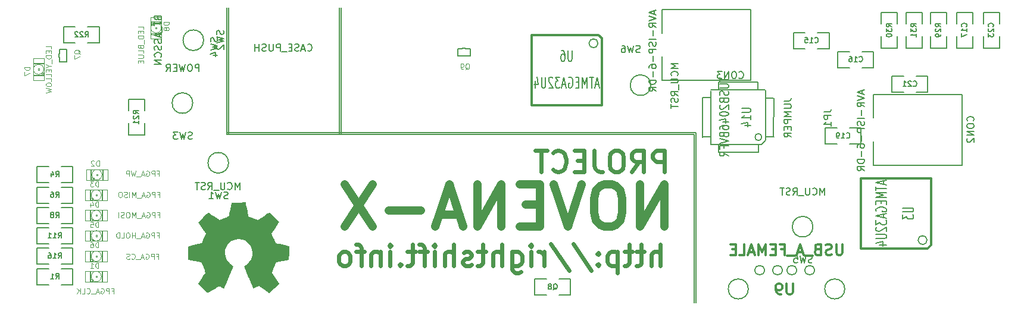
<source format=gbo>
G04 (created by PCBNEW (2013-may-18)-stable) date Fri Aug 12 12:01:44 2016*
%MOIN*%
G04 Gerber Fmt 3.4, Leading zero omitted, Abs format*
%FSLAX34Y34*%
G01*
G70*
G90*
G04 APERTURE LIST*
%ADD10C,0.00590551*%
%ADD11C,0.0472441*%
%ADD12C,0.023622*%
%ADD13C,0.00787402*%
%ADD14C,0.005*%
%ADD15C,0.0026*%
%ADD16C,0.004*%
%ADD17C,0.012*%
%ADD18C,0.008*%
%ADD19C,0.006*%
%ADD20C,0.0001*%
%ADD21C,0.0035*%
%ADD22C,0.0039*%
G04 APERTURE END LIST*
G54D10*
G54D11*
X89656Y-59302D02*
X89656Y-56940D01*
X88307Y-59302D01*
X88307Y-56940D01*
X86732Y-56940D02*
X86282Y-56940D01*
X86057Y-57052D01*
X85832Y-57277D01*
X85719Y-57727D01*
X85719Y-58515D01*
X85832Y-58965D01*
X86057Y-59190D01*
X86282Y-59302D01*
X86732Y-59302D01*
X86957Y-59190D01*
X87182Y-58965D01*
X87294Y-58515D01*
X87294Y-57727D01*
X87182Y-57277D01*
X86957Y-57052D01*
X86732Y-56940D01*
X85044Y-56940D02*
X84257Y-59302D01*
X83470Y-56940D01*
X82682Y-58065D02*
X81895Y-58065D01*
X81557Y-59302D02*
X82682Y-59302D01*
X82682Y-56940D01*
X81557Y-56940D01*
X80545Y-59302D02*
X80545Y-56940D01*
X79195Y-59302D01*
X79195Y-56940D01*
X78183Y-58627D02*
X77058Y-58627D01*
X78408Y-59302D02*
X77620Y-56940D01*
X76833Y-59302D01*
X76046Y-58402D02*
X74246Y-58402D01*
X73346Y-56940D02*
X71771Y-59302D01*
X71771Y-56940D02*
X73346Y-59302D01*
G54D12*
X89443Y-61501D02*
X89443Y-60320D01*
X88937Y-61501D02*
X88937Y-60883D01*
X88993Y-60770D01*
X89105Y-60714D01*
X89274Y-60714D01*
X89386Y-60770D01*
X89443Y-60826D01*
X88543Y-60714D02*
X88093Y-60714D01*
X88374Y-60320D02*
X88374Y-61332D01*
X88318Y-61445D01*
X88205Y-61501D01*
X88093Y-61501D01*
X87868Y-60714D02*
X87418Y-60714D01*
X87699Y-60320D02*
X87699Y-61332D01*
X87643Y-61445D01*
X87530Y-61501D01*
X87418Y-61501D01*
X87024Y-60714D02*
X87024Y-61895D01*
X87024Y-60770D02*
X86912Y-60714D01*
X86687Y-60714D01*
X86574Y-60770D01*
X86518Y-60826D01*
X86462Y-60939D01*
X86462Y-61276D01*
X86518Y-61389D01*
X86574Y-61445D01*
X86687Y-61501D01*
X86912Y-61501D01*
X87024Y-61445D01*
X85956Y-61389D02*
X85899Y-61445D01*
X85956Y-61501D01*
X86012Y-61445D01*
X85956Y-61389D01*
X85956Y-61501D01*
X85956Y-60770D02*
X85899Y-60826D01*
X85956Y-60883D01*
X86012Y-60826D01*
X85956Y-60770D01*
X85956Y-60883D01*
X84550Y-60264D02*
X85562Y-61782D01*
X83312Y-60264D02*
X84325Y-61782D01*
X82919Y-61501D02*
X82919Y-60714D01*
X82919Y-60939D02*
X82862Y-60826D01*
X82806Y-60770D01*
X82694Y-60714D01*
X82581Y-60714D01*
X82187Y-61501D02*
X82187Y-60714D01*
X82187Y-60320D02*
X82244Y-60376D01*
X82187Y-60433D01*
X82131Y-60376D01*
X82187Y-60320D01*
X82187Y-60433D01*
X81119Y-60714D02*
X81119Y-61670D01*
X81175Y-61782D01*
X81231Y-61839D01*
X81344Y-61895D01*
X81512Y-61895D01*
X81625Y-61839D01*
X81119Y-61445D02*
X81231Y-61501D01*
X81456Y-61501D01*
X81569Y-61445D01*
X81625Y-61389D01*
X81681Y-61276D01*
X81681Y-60939D01*
X81625Y-60826D01*
X81569Y-60770D01*
X81456Y-60714D01*
X81231Y-60714D01*
X81119Y-60770D01*
X80556Y-61501D02*
X80556Y-60320D01*
X80050Y-61501D02*
X80050Y-60883D01*
X80106Y-60770D01*
X80219Y-60714D01*
X80388Y-60714D01*
X80500Y-60770D01*
X80556Y-60826D01*
X79656Y-60714D02*
X79206Y-60714D01*
X79488Y-60320D02*
X79488Y-61332D01*
X79431Y-61445D01*
X79319Y-61501D01*
X79206Y-61501D01*
X78869Y-61445D02*
X78757Y-61501D01*
X78532Y-61501D01*
X78419Y-61445D01*
X78363Y-61332D01*
X78363Y-61276D01*
X78419Y-61164D01*
X78532Y-61107D01*
X78700Y-61107D01*
X78813Y-61051D01*
X78869Y-60939D01*
X78869Y-60883D01*
X78813Y-60770D01*
X78700Y-60714D01*
X78532Y-60714D01*
X78419Y-60770D01*
X77857Y-61501D02*
X77857Y-60320D01*
X77350Y-61501D02*
X77350Y-60883D01*
X77407Y-60770D01*
X77519Y-60714D01*
X77688Y-60714D01*
X77800Y-60770D01*
X77857Y-60826D01*
X76788Y-61501D02*
X76788Y-60714D01*
X76788Y-60320D02*
X76844Y-60376D01*
X76788Y-60433D01*
X76732Y-60376D01*
X76788Y-60320D01*
X76788Y-60433D01*
X76394Y-60714D02*
X75944Y-60714D01*
X76226Y-61501D02*
X76226Y-60489D01*
X76169Y-60376D01*
X76057Y-60320D01*
X75944Y-60320D01*
X75719Y-60714D02*
X75269Y-60714D01*
X75551Y-60320D02*
X75551Y-61332D01*
X75494Y-61445D01*
X75382Y-61501D01*
X75269Y-61501D01*
X74876Y-61389D02*
X74820Y-61445D01*
X74876Y-61501D01*
X74932Y-61445D01*
X74876Y-61389D01*
X74876Y-61501D01*
X74313Y-61501D02*
X74313Y-60714D01*
X74313Y-60320D02*
X74370Y-60376D01*
X74313Y-60433D01*
X74257Y-60376D01*
X74313Y-60320D01*
X74313Y-60433D01*
X73751Y-60714D02*
X73751Y-61501D01*
X73751Y-60826D02*
X73695Y-60770D01*
X73582Y-60714D01*
X73413Y-60714D01*
X73301Y-60770D01*
X73245Y-60883D01*
X73245Y-61501D01*
X72851Y-60714D02*
X72401Y-60714D01*
X72682Y-61501D02*
X72682Y-60489D01*
X72626Y-60376D01*
X72514Y-60320D01*
X72401Y-60320D01*
X71839Y-61501D02*
X71951Y-61445D01*
X72007Y-61389D01*
X72064Y-61276D01*
X72064Y-60939D01*
X72007Y-60826D01*
X71951Y-60770D01*
X71839Y-60714D01*
X71670Y-60714D01*
X71557Y-60770D01*
X71501Y-60826D01*
X71445Y-60939D01*
X71445Y-61276D01*
X71501Y-61389D01*
X71557Y-61445D01*
X71670Y-61501D01*
X71839Y-61501D01*
X89679Y-56226D02*
X89679Y-55044D01*
X89229Y-55044D01*
X89116Y-55101D01*
X89060Y-55157D01*
X89004Y-55269D01*
X89004Y-55438D01*
X89060Y-55551D01*
X89116Y-55607D01*
X89229Y-55663D01*
X89679Y-55663D01*
X87823Y-56226D02*
X88217Y-55663D01*
X88498Y-56226D02*
X88498Y-55044D01*
X88048Y-55044D01*
X87935Y-55101D01*
X87879Y-55157D01*
X87823Y-55269D01*
X87823Y-55438D01*
X87879Y-55551D01*
X87935Y-55607D01*
X88048Y-55663D01*
X88498Y-55663D01*
X87092Y-55044D02*
X86867Y-55044D01*
X86754Y-55101D01*
X86642Y-55213D01*
X86586Y-55438D01*
X86586Y-55832D01*
X86642Y-56057D01*
X86754Y-56169D01*
X86867Y-56226D01*
X87092Y-56226D01*
X87204Y-56169D01*
X87317Y-56057D01*
X87373Y-55832D01*
X87373Y-55438D01*
X87317Y-55213D01*
X87204Y-55101D01*
X87092Y-55044D01*
X85742Y-55044D02*
X85742Y-55888D01*
X85798Y-56057D01*
X85911Y-56169D01*
X86079Y-56226D01*
X86192Y-56226D01*
X85179Y-55607D02*
X84786Y-55607D01*
X84617Y-56226D02*
X85179Y-56226D01*
X85179Y-55044D01*
X84617Y-55044D01*
X83436Y-56113D02*
X83492Y-56169D01*
X83661Y-56226D01*
X83773Y-56226D01*
X83942Y-56169D01*
X84055Y-56057D01*
X84111Y-55944D01*
X84167Y-55719D01*
X84167Y-55551D01*
X84111Y-55326D01*
X84055Y-55213D01*
X83942Y-55101D01*
X83773Y-55044D01*
X83661Y-55044D01*
X83492Y-55101D01*
X83436Y-55157D01*
X83098Y-55044D02*
X82424Y-55044D01*
X82761Y-56226D02*
X82761Y-55044D01*
G54D13*
X65255Y-47047D02*
X65255Y-54133D01*
X65157Y-54133D02*
X65157Y-47047D01*
X71456Y-47047D02*
X71456Y-54133D01*
X71555Y-54133D02*
X71555Y-47047D01*
X65157Y-54035D02*
X91437Y-54035D01*
X65157Y-54133D02*
X65157Y-54035D01*
X91338Y-54133D02*
X65157Y-54133D01*
X91338Y-63582D02*
X91338Y-54133D01*
X91437Y-63582D02*
X91437Y-54035D01*
G54D14*
X56027Y-49012D02*
X56027Y-48112D01*
X56027Y-48112D02*
X56677Y-48112D01*
X57377Y-49012D02*
X58027Y-49012D01*
X58027Y-49012D02*
X58027Y-48112D01*
X58027Y-48112D02*
X57377Y-48112D01*
X56677Y-49012D02*
X56027Y-49012D01*
X54531Y-62556D02*
X54531Y-61656D01*
X54531Y-61656D02*
X55181Y-61656D01*
X55881Y-62556D02*
X56531Y-62556D01*
X56531Y-62556D02*
X56531Y-61656D01*
X56531Y-61656D02*
X55881Y-61656D01*
X55181Y-62556D02*
X54531Y-62556D01*
X54531Y-61414D02*
X54531Y-60514D01*
X54531Y-60514D02*
X55181Y-60514D01*
X55881Y-61414D02*
X56531Y-61414D01*
X56531Y-61414D02*
X56531Y-60514D01*
X56531Y-60514D02*
X55881Y-60514D01*
X55181Y-61414D02*
X54531Y-61414D01*
X54531Y-56847D02*
X54531Y-55947D01*
X54531Y-55947D02*
X55181Y-55947D01*
X55881Y-56847D02*
X56531Y-56847D01*
X56531Y-56847D02*
X56531Y-55947D01*
X56531Y-55947D02*
X55881Y-55947D01*
X55181Y-56847D02*
X54531Y-56847D01*
X54531Y-57989D02*
X54531Y-57089D01*
X54531Y-57089D02*
X55181Y-57089D01*
X55881Y-57989D02*
X56531Y-57989D01*
X56531Y-57989D02*
X56531Y-57089D01*
X56531Y-57089D02*
X55881Y-57089D01*
X55181Y-57989D02*
X54531Y-57989D01*
X54531Y-59131D02*
X54531Y-58231D01*
X54531Y-58231D02*
X55181Y-58231D01*
X55881Y-59131D02*
X56531Y-59131D01*
X56531Y-59131D02*
X56531Y-58231D01*
X56531Y-58231D02*
X55881Y-58231D01*
X55181Y-59131D02*
X54531Y-59131D01*
X54531Y-60272D02*
X54531Y-59372D01*
X54531Y-59372D02*
X55181Y-59372D01*
X55881Y-60272D02*
X56531Y-60272D01*
X56531Y-60272D02*
X56531Y-59372D01*
X56531Y-59372D02*
X55881Y-59372D01*
X55181Y-60272D02*
X54531Y-60272D01*
X60548Y-54169D02*
X59648Y-54169D01*
X59648Y-54169D02*
X59648Y-53519D01*
X60548Y-52819D02*
X60548Y-52169D01*
X60548Y-52169D02*
X59648Y-52169D01*
X59648Y-52169D02*
X59648Y-52819D01*
X60548Y-53519D02*
X60548Y-54169D01*
G54D15*
X57932Y-56436D02*
X57854Y-56436D01*
X57854Y-56436D02*
X57854Y-56358D01*
X57932Y-56358D02*
X57854Y-56358D01*
X57932Y-56436D02*
X57932Y-56358D01*
X57716Y-56672D02*
X57579Y-56672D01*
X57579Y-56672D02*
X57579Y-56574D01*
X57716Y-56574D02*
X57579Y-56574D01*
X57716Y-56672D02*
X57716Y-56574D01*
X57579Y-56672D02*
X57539Y-56672D01*
X57539Y-56672D02*
X57539Y-56201D01*
X57579Y-56201D02*
X57539Y-56201D01*
X57579Y-56672D02*
X57579Y-56201D01*
X57579Y-56181D02*
X57539Y-56181D01*
X57539Y-56181D02*
X57539Y-56122D01*
X57579Y-56122D02*
X57539Y-56122D01*
X57579Y-56181D02*
X57579Y-56122D01*
X58247Y-56672D02*
X58207Y-56672D01*
X58207Y-56672D02*
X58207Y-56201D01*
X58247Y-56201D02*
X58207Y-56201D01*
X58247Y-56672D02*
X58247Y-56201D01*
X58247Y-56181D02*
X58207Y-56181D01*
X58207Y-56181D02*
X58207Y-56122D01*
X58247Y-56122D02*
X58207Y-56122D01*
X58247Y-56181D02*
X58247Y-56122D01*
X57716Y-56672D02*
X57657Y-56672D01*
X57657Y-56672D02*
X57657Y-56574D01*
X57716Y-56574D02*
X57657Y-56574D01*
X57716Y-56672D02*
X57716Y-56574D01*
G54D16*
X57283Y-56692D02*
X58503Y-56692D01*
X58503Y-56692D02*
X58503Y-56102D01*
X58503Y-56102D02*
X57283Y-56102D01*
X57283Y-56102D02*
X57283Y-56692D01*
X58109Y-56594D02*
G75*
G02X57677Y-56593I-215J196D01*
G74*
G01*
X58109Y-56201D02*
G75*
G02X58109Y-56593I-215J-196D01*
G74*
G01*
X57678Y-56200D02*
G75*
G02X58109Y-56201I215J-196D01*
G74*
G01*
X57677Y-56593D02*
G75*
G02X57677Y-56201I215J196D01*
G74*
G01*
G54D15*
X57893Y-61003D02*
X57815Y-61003D01*
X57815Y-61003D02*
X57815Y-60925D01*
X57893Y-60925D02*
X57815Y-60925D01*
X57893Y-61003D02*
X57893Y-60925D01*
X57677Y-61239D02*
X57540Y-61239D01*
X57540Y-61239D02*
X57540Y-61141D01*
X57677Y-61141D02*
X57540Y-61141D01*
X57677Y-61239D02*
X57677Y-61141D01*
X57540Y-61239D02*
X57500Y-61239D01*
X57500Y-61239D02*
X57500Y-60768D01*
X57540Y-60768D02*
X57500Y-60768D01*
X57540Y-61239D02*
X57540Y-60768D01*
X57540Y-60748D02*
X57500Y-60748D01*
X57500Y-60748D02*
X57500Y-60689D01*
X57540Y-60689D02*
X57500Y-60689D01*
X57540Y-60748D02*
X57540Y-60689D01*
X58208Y-61239D02*
X58168Y-61239D01*
X58168Y-61239D02*
X58168Y-60768D01*
X58208Y-60768D02*
X58168Y-60768D01*
X58208Y-61239D02*
X58208Y-60768D01*
X58208Y-60748D02*
X58168Y-60748D01*
X58168Y-60748D02*
X58168Y-60689D01*
X58208Y-60689D02*
X58168Y-60689D01*
X58208Y-60748D02*
X58208Y-60689D01*
X57677Y-61239D02*
X57618Y-61239D01*
X57618Y-61239D02*
X57618Y-61141D01*
X57677Y-61141D02*
X57618Y-61141D01*
X57677Y-61239D02*
X57677Y-61141D01*
G54D16*
X57244Y-61259D02*
X58464Y-61259D01*
X58464Y-61259D02*
X58464Y-60669D01*
X58464Y-60669D02*
X57244Y-60669D01*
X57244Y-60669D02*
X57244Y-61259D01*
X58069Y-61161D02*
G75*
G02X57638Y-61160I-215J196D01*
G74*
G01*
X58070Y-60768D02*
G75*
G02X58070Y-61160I-215J-196D01*
G74*
G01*
X57638Y-60767D02*
G75*
G02X58070Y-60768I215J-196D01*
G74*
G01*
X57638Y-61160D02*
G75*
G02X57638Y-60768I215J196D01*
G74*
G01*
G54D15*
X57893Y-59861D02*
X57815Y-59861D01*
X57815Y-59861D02*
X57815Y-59783D01*
X57893Y-59783D02*
X57815Y-59783D01*
X57893Y-59861D02*
X57893Y-59783D01*
X57677Y-60097D02*
X57540Y-60097D01*
X57540Y-60097D02*
X57540Y-59999D01*
X57677Y-59999D02*
X57540Y-59999D01*
X57677Y-60097D02*
X57677Y-59999D01*
X57540Y-60097D02*
X57500Y-60097D01*
X57500Y-60097D02*
X57500Y-59626D01*
X57540Y-59626D02*
X57500Y-59626D01*
X57540Y-60097D02*
X57540Y-59626D01*
X57540Y-59606D02*
X57500Y-59606D01*
X57500Y-59606D02*
X57500Y-59547D01*
X57540Y-59547D02*
X57500Y-59547D01*
X57540Y-59606D02*
X57540Y-59547D01*
X58208Y-60097D02*
X58168Y-60097D01*
X58168Y-60097D02*
X58168Y-59626D01*
X58208Y-59626D02*
X58168Y-59626D01*
X58208Y-60097D02*
X58208Y-59626D01*
X58208Y-59606D02*
X58168Y-59606D01*
X58168Y-59606D02*
X58168Y-59547D01*
X58208Y-59547D02*
X58168Y-59547D01*
X58208Y-59606D02*
X58208Y-59547D01*
X57677Y-60097D02*
X57618Y-60097D01*
X57618Y-60097D02*
X57618Y-59999D01*
X57677Y-59999D02*
X57618Y-59999D01*
X57677Y-60097D02*
X57677Y-59999D01*
G54D16*
X57244Y-60117D02*
X58464Y-60117D01*
X58464Y-60117D02*
X58464Y-59527D01*
X58464Y-59527D02*
X57244Y-59527D01*
X57244Y-59527D02*
X57244Y-60117D01*
X58069Y-60019D02*
G75*
G02X57638Y-60018I-215J196D01*
G74*
G01*
X58070Y-59626D02*
G75*
G02X58070Y-60018I-215J-196D01*
G74*
G01*
X57638Y-59626D02*
G75*
G02X58070Y-59626I215J-196D01*
G74*
G01*
X57638Y-60019D02*
G75*
G02X57638Y-59626I215J196D01*
G74*
G01*
G54D15*
X57893Y-58720D02*
X57815Y-58720D01*
X57815Y-58720D02*
X57815Y-58642D01*
X57893Y-58642D02*
X57815Y-58642D01*
X57893Y-58720D02*
X57893Y-58642D01*
X57677Y-58956D02*
X57540Y-58956D01*
X57540Y-58956D02*
X57540Y-58858D01*
X57677Y-58858D02*
X57540Y-58858D01*
X57677Y-58956D02*
X57677Y-58858D01*
X57540Y-58956D02*
X57500Y-58956D01*
X57500Y-58956D02*
X57500Y-58485D01*
X57540Y-58485D02*
X57500Y-58485D01*
X57540Y-58956D02*
X57540Y-58485D01*
X57540Y-58465D02*
X57500Y-58465D01*
X57500Y-58465D02*
X57500Y-58406D01*
X57540Y-58406D02*
X57500Y-58406D01*
X57540Y-58465D02*
X57540Y-58406D01*
X58208Y-58956D02*
X58168Y-58956D01*
X58168Y-58956D02*
X58168Y-58485D01*
X58208Y-58485D02*
X58168Y-58485D01*
X58208Y-58956D02*
X58208Y-58485D01*
X58208Y-58465D02*
X58168Y-58465D01*
X58168Y-58465D02*
X58168Y-58406D01*
X58208Y-58406D02*
X58168Y-58406D01*
X58208Y-58465D02*
X58208Y-58406D01*
X57677Y-58956D02*
X57618Y-58956D01*
X57618Y-58956D02*
X57618Y-58858D01*
X57677Y-58858D02*
X57618Y-58858D01*
X57677Y-58956D02*
X57677Y-58858D01*
G54D16*
X57244Y-58976D02*
X58464Y-58976D01*
X58464Y-58976D02*
X58464Y-58386D01*
X58464Y-58386D02*
X57244Y-58386D01*
X57244Y-58386D02*
X57244Y-58976D01*
X58069Y-58877D02*
G75*
G02X57638Y-58877I-215J196D01*
G74*
G01*
X58070Y-58484D02*
G75*
G02X58070Y-58877I-215J-196D01*
G74*
G01*
X57638Y-58484D02*
G75*
G02X58070Y-58485I215J-196D01*
G74*
G01*
X57638Y-58877D02*
G75*
G02X57638Y-58485I215J196D01*
G74*
G01*
G54D15*
X57893Y-57578D02*
X57815Y-57578D01*
X57815Y-57578D02*
X57815Y-57500D01*
X57893Y-57500D02*
X57815Y-57500D01*
X57893Y-57578D02*
X57893Y-57500D01*
X57677Y-57814D02*
X57540Y-57814D01*
X57540Y-57814D02*
X57540Y-57716D01*
X57677Y-57716D02*
X57540Y-57716D01*
X57677Y-57814D02*
X57677Y-57716D01*
X57540Y-57814D02*
X57500Y-57814D01*
X57500Y-57814D02*
X57500Y-57343D01*
X57540Y-57343D02*
X57500Y-57343D01*
X57540Y-57814D02*
X57540Y-57343D01*
X57540Y-57323D02*
X57500Y-57323D01*
X57500Y-57323D02*
X57500Y-57264D01*
X57540Y-57264D02*
X57500Y-57264D01*
X57540Y-57323D02*
X57540Y-57264D01*
X58208Y-57814D02*
X58168Y-57814D01*
X58168Y-57814D02*
X58168Y-57343D01*
X58208Y-57343D02*
X58168Y-57343D01*
X58208Y-57814D02*
X58208Y-57343D01*
X58208Y-57323D02*
X58168Y-57323D01*
X58168Y-57323D02*
X58168Y-57264D01*
X58208Y-57264D02*
X58168Y-57264D01*
X58208Y-57323D02*
X58208Y-57264D01*
X57677Y-57814D02*
X57618Y-57814D01*
X57618Y-57814D02*
X57618Y-57716D01*
X57677Y-57716D02*
X57618Y-57716D01*
X57677Y-57814D02*
X57677Y-57716D01*
G54D16*
X57244Y-57834D02*
X58464Y-57834D01*
X58464Y-57834D02*
X58464Y-57244D01*
X58464Y-57244D02*
X57244Y-57244D01*
X57244Y-57244D02*
X57244Y-57834D01*
X58069Y-57736D02*
G75*
G02X57638Y-57735I-215J196D01*
G74*
G01*
X58070Y-57343D02*
G75*
G02X58070Y-57735I-215J-196D01*
G74*
G01*
X57638Y-57342D02*
G75*
G02X58070Y-57343I215J-196D01*
G74*
G01*
X57638Y-57735D02*
G75*
G02X57638Y-57343I215J196D01*
G74*
G01*
G54D15*
X57893Y-62145D02*
X57815Y-62145D01*
X57815Y-62145D02*
X57815Y-62067D01*
X57893Y-62067D02*
X57815Y-62067D01*
X57893Y-62145D02*
X57893Y-62067D01*
X57677Y-62381D02*
X57540Y-62381D01*
X57540Y-62381D02*
X57540Y-62283D01*
X57677Y-62283D02*
X57540Y-62283D01*
X57677Y-62381D02*
X57677Y-62283D01*
X57540Y-62381D02*
X57500Y-62381D01*
X57500Y-62381D02*
X57500Y-61910D01*
X57540Y-61910D02*
X57500Y-61910D01*
X57540Y-62381D02*
X57540Y-61910D01*
X57540Y-61890D02*
X57500Y-61890D01*
X57500Y-61890D02*
X57500Y-61831D01*
X57540Y-61831D02*
X57500Y-61831D01*
X57540Y-61890D02*
X57540Y-61831D01*
X58208Y-62381D02*
X58168Y-62381D01*
X58168Y-62381D02*
X58168Y-61910D01*
X58208Y-61910D02*
X58168Y-61910D01*
X58208Y-62381D02*
X58208Y-61910D01*
X58208Y-61890D02*
X58168Y-61890D01*
X58168Y-61890D02*
X58168Y-61831D01*
X58208Y-61831D02*
X58168Y-61831D01*
X58208Y-61890D02*
X58208Y-61831D01*
X57677Y-62381D02*
X57618Y-62381D01*
X57618Y-62381D02*
X57618Y-62283D01*
X57677Y-62283D02*
X57618Y-62283D01*
X57677Y-62381D02*
X57677Y-62283D01*
G54D16*
X57244Y-62401D02*
X58464Y-62401D01*
X58464Y-62401D02*
X58464Y-61811D01*
X58464Y-61811D02*
X57244Y-61811D01*
X57244Y-61811D02*
X57244Y-62401D01*
X58069Y-62302D02*
G75*
G02X57638Y-62302I-215J196D01*
G74*
G01*
X58070Y-61910D02*
G75*
G02X58070Y-62302I-215J-196D01*
G74*
G01*
X57638Y-61909D02*
G75*
G02X58070Y-61910I215J-196D01*
G74*
G01*
X57638Y-62302D02*
G75*
G02X57638Y-61910I215J196D01*
G74*
G01*
G54D15*
X54664Y-50453D02*
X54664Y-50531D01*
X54664Y-50531D02*
X54586Y-50531D01*
X54586Y-50453D02*
X54586Y-50531D01*
X54664Y-50453D02*
X54586Y-50453D01*
X54900Y-50669D02*
X54900Y-50806D01*
X54900Y-50806D02*
X54802Y-50806D01*
X54802Y-50669D02*
X54802Y-50806D01*
X54900Y-50669D02*
X54802Y-50669D01*
X54900Y-50806D02*
X54900Y-50846D01*
X54900Y-50846D02*
X54429Y-50846D01*
X54429Y-50806D02*
X54429Y-50846D01*
X54900Y-50806D02*
X54429Y-50806D01*
X54409Y-50806D02*
X54409Y-50846D01*
X54409Y-50846D02*
X54350Y-50846D01*
X54350Y-50806D02*
X54350Y-50846D01*
X54409Y-50806D02*
X54350Y-50806D01*
X54900Y-50138D02*
X54900Y-50178D01*
X54900Y-50178D02*
X54429Y-50178D01*
X54429Y-50138D02*
X54429Y-50178D01*
X54900Y-50138D02*
X54429Y-50138D01*
X54409Y-50138D02*
X54409Y-50178D01*
X54409Y-50178D02*
X54350Y-50178D01*
X54350Y-50138D02*
X54350Y-50178D01*
X54409Y-50138D02*
X54350Y-50138D01*
X54900Y-50669D02*
X54900Y-50728D01*
X54900Y-50728D02*
X54802Y-50728D01*
X54802Y-50669D02*
X54802Y-50728D01*
X54900Y-50669D02*
X54802Y-50669D01*
G54D16*
X54920Y-51102D02*
X54920Y-49882D01*
X54920Y-49882D02*
X54330Y-49882D01*
X54330Y-49882D02*
X54330Y-51102D01*
X54330Y-51102D02*
X54920Y-51102D01*
X54822Y-50276D02*
G75*
G02X54821Y-50708I-196J-215D01*
G74*
G01*
X54429Y-50276D02*
G75*
G02X54821Y-50276I196J-215D01*
G74*
G01*
X54429Y-50707D02*
G75*
G02X54430Y-50276I196J215D01*
G74*
G01*
X54822Y-50707D02*
G75*
G02X54430Y-50708I-196J215D01*
G74*
G01*
G54D15*
X61161Y-48208D02*
X61161Y-48130D01*
X61161Y-48130D02*
X61239Y-48130D01*
X61239Y-48208D02*
X61239Y-48130D01*
X61161Y-48208D02*
X61239Y-48208D01*
X60925Y-47992D02*
X60925Y-47855D01*
X60925Y-47855D02*
X61023Y-47855D01*
X61023Y-47992D02*
X61023Y-47855D01*
X60925Y-47992D02*
X61023Y-47992D01*
X60925Y-47855D02*
X60925Y-47815D01*
X60925Y-47815D02*
X61396Y-47815D01*
X61396Y-47855D02*
X61396Y-47815D01*
X60925Y-47855D02*
X61396Y-47855D01*
X61416Y-47855D02*
X61416Y-47815D01*
X61416Y-47815D02*
X61475Y-47815D01*
X61475Y-47855D02*
X61475Y-47815D01*
X61416Y-47855D02*
X61475Y-47855D01*
X60925Y-48523D02*
X60925Y-48483D01*
X60925Y-48483D02*
X61396Y-48483D01*
X61396Y-48523D02*
X61396Y-48483D01*
X60925Y-48523D02*
X61396Y-48523D01*
X61416Y-48523D02*
X61416Y-48483D01*
X61416Y-48483D02*
X61475Y-48483D01*
X61475Y-48523D02*
X61475Y-48483D01*
X61416Y-48523D02*
X61475Y-48523D01*
X60925Y-47992D02*
X60925Y-47933D01*
X60925Y-47933D02*
X61023Y-47933D01*
X61023Y-47992D02*
X61023Y-47933D01*
X60925Y-47992D02*
X61023Y-47992D01*
G54D16*
X60905Y-47559D02*
X60905Y-48779D01*
X60905Y-48779D02*
X61495Y-48779D01*
X61495Y-48779D02*
X61495Y-47559D01*
X61495Y-47559D02*
X60905Y-47559D01*
X61004Y-48384D02*
G75*
G02X61004Y-47953I196J215D01*
G74*
G01*
X61397Y-48385D02*
G75*
G02X61004Y-48385I-196J215D01*
G74*
G01*
X61397Y-47953D02*
G75*
G02X61396Y-48385I-196J-215D01*
G74*
G01*
X61004Y-47953D02*
G75*
G02X61396Y-47953I196J-215D01*
G74*
G01*
G54D10*
X65261Y-55728D02*
G75*
G03X65261Y-55728I-577J0D01*
G74*
G01*
X63864Y-48858D02*
G75*
G03X63864Y-48858I-577J0D01*
G74*
G01*
G54D14*
X55803Y-49604D02*
X55803Y-49354D01*
X55803Y-49354D02*
X56203Y-49354D01*
X56203Y-50054D02*
X55803Y-50054D01*
X55803Y-50054D02*
X55803Y-49804D01*
X55753Y-49604D02*
X55803Y-49604D01*
X55803Y-49804D02*
X55753Y-49804D01*
X56203Y-49354D02*
X56203Y-50054D01*
X55753Y-49804D02*
X55753Y-49604D01*
X84405Y-62246D02*
X84405Y-63146D01*
X84405Y-63146D02*
X83755Y-63146D01*
X83055Y-62246D02*
X82405Y-62246D01*
X82405Y-62246D02*
X82405Y-63146D01*
X82405Y-63146D02*
X83055Y-63146D01*
X83755Y-62246D02*
X84405Y-62246D01*
G54D10*
X63254Y-52381D02*
G75*
G03X63254Y-52381I-577J0D01*
G74*
G01*
G54D17*
X104588Y-56592D02*
X100648Y-56592D01*
X100648Y-56592D02*
X100648Y-60532D01*
X104398Y-60532D02*
X100648Y-60532D01*
X104588Y-60342D02*
X104588Y-56592D01*
X104398Y-60532D02*
X104588Y-60342D01*
G54D18*
X104368Y-60062D02*
G75*
G03X104368Y-60062I-250J0D01*
G74*
G01*
G54D17*
X82222Y-48561D02*
X82222Y-52501D01*
X82222Y-52501D02*
X86162Y-52501D01*
X86162Y-48751D02*
X86162Y-52501D01*
X85972Y-48561D02*
X82222Y-48561D01*
X86162Y-48751D02*
X85972Y-48561D01*
G54D18*
X85942Y-49031D02*
G75*
G03X85942Y-49031I-250J0D01*
G74*
G01*
G54D19*
X92709Y-51189D02*
X92709Y-51639D01*
X94889Y-51189D02*
X94889Y-51629D01*
X92709Y-51189D02*
X94889Y-51189D01*
X92239Y-52069D02*
X91809Y-52069D01*
X92229Y-54279D02*
X91809Y-54279D01*
X91809Y-54289D02*
X91799Y-52069D01*
X95779Y-54269D02*
X95789Y-52099D01*
X95089Y-54699D02*
X92259Y-54699D01*
X95779Y-52089D02*
X95369Y-52089D01*
X95329Y-54449D02*
X95329Y-51669D01*
X92249Y-51649D02*
X95289Y-51649D01*
X92249Y-54699D02*
X92249Y-51699D01*
X94919Y-55149D02*
X92699Y-55149D01*
X92699Y-55149D02*
X92699Y-54699D01*
X95099Y-54695D02*
X95329Y-54465D01*
X94919Y-55147D02*
X94919Y-54695D01*
X95329Y-54269D02*
X95781Y-54269D01*
X95113Y-54287D02*
G75*
G03X95113Y-54287I-188J0D01*
G74*
G01*
G54D10*
X97978Y-59311D02*
G75*
G03X97978Y-59311I-577J0D01*
G74*
G01*
X88904Y-51377D02*
G75*
G03X88904Y-51377I-577J0D01*
G74*
G01*
G54D14*
X78544Y-49347D02*
X78794Y-49347D01*
X78794Y-49347D02*
X78794Y-49747D01*
X78094Y-49747D02*
X78094Y-49347D01*
X78094Y-49347D02*
X78344Y-49347D01*
X78544Y-49297D02*
X78544Y-49347D01*
X78344Y-49347D02*
X78344Y-49297D01*
X78794Y-49747D02*
X78094Y-49747D01*
X78344Y-49297D02*
X78544Y-49297D01*
X98665Y-54682D02*
X98665Y-53782D01*
X98665Y-53782D02*
X99315Y-53782D01*
X100015Y-54682D02*
X100665Y-54682D01*
X100665Y-54682D02*
X100665Y-53782D01*
X100665Y-53782D02*
X100015Y-53782D01*
X99315Y-54682D02*
X98665Y-54682D01*
X98893Y-48427D02*
X98893Y-49327D01*
X98893Y-49327D02*
X98243Y-49327D01*
X97543Y-48427D02*
X96893Y-48427D01*
X96893Y-48427D02*
X96893Y-49327D01*
X96893Y-49327D02*
X97543Y-49327D01*
X98243Y-48427D02*
X98893Y-48427D01*
X99374Y-50390D02*
X99374Y-49490D01*
X99374Y-49490D02*
X100024Y-49490D01*
X100724Y-50390D02*
X101374Y-50390D01*
X101374Y-50390D02*
X101374Y-49490D01*
X101374Y-49490D02*
X100724Y-49490D01*
X100024Y-50390D02*
X99374Y-50390D01*
X104405Y-50868D02*
X104405Y-51768D01*
X104405Y-51768D02*
X103755Y-51768D01*
X103055Y-50868D02*
X102405Y-50868D01*
X102405Y-50868D02*
X102405Y-51768D01*
X102405Y-51768D02*
X103055Y-51768D01*
X103755Y-50868D02*
X104405Y-50868D01*
X107522Y-47287D02*
X108422Y-47287D01*
X108422Y-47287D02*
X108422Y-47937D01*
X107522Y-48637D02*
X107522Y-49287D01*
X107522Y-49287D02*
X108422Y-49287D01*
X108422Y-49287D02*
X108422Y-48637D01*
X107522Y-47937D02*
X107522Y-47287D01*
X101813Y-47287D02*
X102713Y-47287D01*
X102713Y-47287D02*
X102713Y-47937D01*
X101813Y-48637D02*
X101813Y-49287D01*
X101813Y-49287D02*
X102713Y-49287D01*
X102713Y-49287D02*
X102713Y-48637D01*
X101813Y-47937D02*
X101813Y-47287D01*
X103191Y-47287D02*
X104091Y-47287D01*
X104091Y-47287D02*
X104091Y-47937D01*
X103191Y-48637D02*
X103191Y-49287D01*
X103191Y-49287D02*
X104091Y-49287D01*
X104091Y-49287D02*
X104091Y-48637D01*
X103191Y-47937D02*
X103191Y-47287D01*
X106026Y-47287D02*
X106926Y-47287D01*
X106926Y-47287D02*
X106926Y-47937D01*
X106026Y-48637D02*
X106026Y-49287D01*
X106026Y-49287D02*
X106926Y-49287D01*
X106926Y-49287D02*
X106926Y-48637D01*
X106026Y-47937D02*
X106026Y-47287D01*
X105469Y-49287D02*
X104569Y-49287D01*
X104569Y-49287D02*
X104569Y-48637D01*
X105469Y-47937D02*
X105469Y-47287D01*
X105469Y-47287D02*
X104569Y-47287D01*
X104569Y-47287D02*
X104569Y-47937D01*
X105469Y-48637D02*
X105469Y-49287D01*
G54D10*
X89528Y-48454D02*
X89528Y-47134D01*
X89528Y-47134D02*
X94488Y-47134D01*
X94488Y-47134D02*
X94488Y-51094D01*
X94488Y-51094D02*
X89528Y-51094D01*
X89528Y-51094D02*
X89528Y-49774D01*
X101379Y-53217D02*
X101379Y-51897D01*
X101379Y-51897D02*
X106339Y-51897D01*
X106339Y-51897D02*
X106339Y-55857D01*
X106339Y-55857D02*
X101379Y-55857D01*
X101379Y-55857D02*
X101379Y-54537D01*
G54D20*
G36*
X68661Y-60391D02*
X68652Y-60779D01*
X68643Y-61168D01*
X68285Y-61232D01*
X67928Y-61296D01*
X67810Y-61592D01*
X67691Y-61888D01*
X67897Y-62189D01*
X68103Y-62489D01*
X67823Y-62768D01*
X67543Y-63046D01*
X67248Y-62843D01*
X66954Y-62640D01*
X66799Y-62715D01*
X66711Y-62753D01*
X66650Y-62767D01*
X66634Y-62762D01*
X66619Y-62724D01*
X66582Y-62634D01*
X66528Y-62503D01*
X66460Y-62339D01*
X66383Y-62154D01*
X66375Y-62134D01*
X66125Y-61534D01*
X66217Y-61468D01*
X66400Y-61307D01*
X66522Y-61135D01*
X66587Y-60943D01*
X66602Y-60781D01*
X66573Y-60558D01*
X66486Y-60362D01*
X66346Y-60200D01*
X66160Y-60079D01*
X66028Y-60029D01*
X65818Y-59999D01*
X65616Y-60029D01*
X65432Y-60111D01*
X65275Y-60238D01*
X65154Y-60403D01*
X65080Y-60599D01*
X65059Y-60780D01*
X65087Y-60990D01*
X65172Y-61179D01*
X65320Y-61355D01*
X65365Y-61397D01*
X65532Y-61543D01*
X65275Y-62163D01*
X65196Y-62352D01*
X65125Y-62517D01*
X65066Y-62650D01*
X65022Y-62742D01*
X64999Y-62783D01*
X64997Y-62784D01*
X64957Y-62768D01*
X64886Y-62729D01*
X64867Y-62717D01*
X64787Y-62674D01*
X64729Y-62652D01*
X64722Y-62651D01*
X64681Y-62669D01*
X64599Y-62717D01*
X64490Y-62787D01*
X64420Y-62834D01*
X64302Y-62913D01*
X64201Y-62975D01*
X64133Y-63011D01*
X64114Y-63018D01*
X64076Y-62995D01*
X64002Y-62934D01*
X63905Y-62845D01*
X63816Y-62757D01*
X63557Y-62497D01*
X63758Y-62200D01*
X63840Y-62075D01*
X63906Y-61969D01*
X63948Y-61895D01*
X63958Y-61868D01*
X63946Y-61824D01*
X63914Y-61734D01*
X63868Y-61616D01*
X63849Y-61568D01*
X63740Y-61302D01*
X63374Y-61235D01*
X63009Y-61167D01*
X63000Y-60804D01*
X62999Y-60651D01*
X63003Y-60524D01*
X63012Y-60438D01*
X63022Y-60408D01*
X63066Y-60389D01*
X63161Y-60361D01*
X63292Y-60330D01*
X63409Y-60305D01*
X63765Y-60234D01*
X63880Y-59965D01*
X63996Y-59696D01*
X63779Y-59378D01*
X63562Y-59060D01*
X63829Y-58789D01*
X63937Y-58681D01*
X64028Y-58594D01*
X64093Y-58536D01*
X64119Y-58518D01*
X64154Y-58535D01*
X64232Y-58584D01*
X64341Y-58655D01*
X64453Y-58732D01*
X64764Y-58946D01*
X65003Y-58845D01*
X65120Y-58794D01*
X65214Y-58750D01*
X65266Y-58722D01*
X65270Y-58719D01*
X65287Y-58677D01*
X65313Y-58585D01*
X65343Y-58456D01*
X65370Y-58330D01*
X65443Y-57968D01*
X65832Y-57958D01*
X66222Y-57949D01*
X66244Y-58075D01*
X66262Y-58170D01*
X66288Y-58303D01*
X66318Y-58447D01*
X66321Y-58463D01*
X66376Y-58725D01*
X66642Y-58835D01*
X66908Y-58945D01*
X67214Y-58731D01*
X67340Y-58646D01*
X67446Y-58576D01*
X67520Y-58531D01*
X67549Y-58518D01*
X67583Y-58540D01*
X67652Y-58600D01*
X67747Y-58689D01*
X67841Y-58783D01*
X68105Y-59048D01*
X67888Y-59374D01*
X67671Y-59701D01*
X67773Y-59934D01*
X67826Y-60051D01*
X67870Y-60146D01*
X67898Y-60201D01*
X67900Y-60204D01*
X67943Y-60230D01*
X68032Y-60258D01*
X68133Y-60282D01*
X68277Y-60310D01*
X68422Y-60340D01*
X68502Y-60357D01*
X68661Y-60391D01*
X68661Y-60391D01*
X68661Y-60391D01*
G37*
G54D10*
X95263Y-61751D02*
G75*
G03X95263Y-61751I-265J0D01*
G74*
G01*
X96263Y-61751D02*
G75*
G03X96263Y-61751I-265J0D01*
G74*
G01*
X97063Y-61751D02*
G75*
G03X97063Y-61751I-265J0D01*
G74*
G01*
X98063Y-61751D02*
G75*
G03X98063Y-61751I-265J0D01*
G74*
G01*
X94358Y-62801D02*
G75*
G03X94358Y-62801I-560J0D01*
G74*
G01*
X99758Y-62801D02*
G75*
G03X99758Y-62801I-560J0D01*
G74*
G01*
G54D14*
X57220Y-48684D02*
X57320Y-48541D01*
X57391Y-48684D02*
X57391Y-48384D01*
X57277Y-48384D01*
X57248Y-48398D01*
X57234Y-48412D01*
X57220Y-48441D01*
X57220Y-48484D01*
X57234Y-48512D01*
X57248Y-48527D01*
X57277Y-48541D01*
X57391Y-48541D01*
X57106Y-48412D02*
X57091Y-48398D01*
X57063Y-48384D01*
X56991Y-48384D01*
X56963Y-48398D01*
X56948Y-48412D01*
X56934Y-48441D01*
X56934Y-48470D01*
X56948Y-48512D01*
X57120Y-48684D01*
X56934Y-48684D01*
X56820Y-48412D02*
X56806Y-48398D01*
X56777Y-48384D01*
X56706Y-48384D01*
X56677Y-48398D01*
X56663Y-48412D01*
X56648Y-48441D01*
X56648Y-48470D01*
X56663Y-48512D01*
X56834Y-48684D01*
X56648Y-48684D01*
X55581Y-62227D02*
X55681Y-62084D01*
X55752Y-62227D02*
X55752Y-61927D01*
X55638Y-61927D01*
X55610Y-61942D01*
X55595Y-61956D01*
X55581Y-61984D01*
X55581Y-62027D01*
X55595Y-62056D01*
X55610Y-62070D01*
X55638Y-62084D01*
X55752Y-62084D01*
X55295Y-62227D02*
X55467Y-62227D01*
X55381Y-62227D02*
X55381Y-61927D01*
X55410Y-61970D01*
X55438Y-61999D01*
X55467Y-62013D01*
X55724Y-61085D02*
X55824Y-60943D01*
X55895Y-61085D02*
X55895Y-60785D01*
X55781Y-60785D01*
X55752Y-60800D01*
X55738Y-60814D01*
X55724Y-60843D01*
X55724Y-60885D01*
X55738Y-60914D01*
X55752Y-60928D01*
X55781Y-60943D01*
X55895Y-60943D01*
X55438Y-61085D02*
X55610Y-61085D01*
X55524Y-61085D02*
X55524Y-60785D01*
X55552Y-60828D01*
X55581Y-60857D01*
X55610Y-60871D01*
X55181Y-60785D02*
X55238Y-60785D01*
X55267Y-60800D01*
X55281Y-60814D01*
X55310Y-60857D01*
X55324Y-60914D01*
X55324Y-61028D01*
X55310Y-61057D01*
X55295Y-61071D01*
X55267Y-61085D01*
X55210Y-61085D01*
X55181Y-61071D01*
X55167Y-61057D01*
X55152Y-61028D01*
X55152Y-60957D01*
X55167Y-60928D01*
X55181Y-60914D01*
X55210Y-60900D01*
X55267Y-60900D01*
X55295Y-60914D01*
X55310Y-60928D01*
X55324Y-60957D01*
X55581Y-56519D02*
X55681Y-56376D01*
X55752Y-56519D02*
X55752Y-56219D01*
X55638Y-56219D01*
X55610Y-56233D01*
X55595Y-56247D01*
X55581Y-56276D01*
X55581Y-56319D01*
X55595Y-56347D01*
X55610Y-56361D01*
X55638Y-56376D01*
X55752Y-56376D01*
X55324Y-56319D02*
X55324Y-56519D01*
X55395Y-56204D02*
X55467Y-56419D01*
X55281Y-56419D01*
X55581Y-57660D02*
X55681Y-57517D01*
X55752Y-57660D02*
X55752Y-57360D01*
X55638Y-57360D01*
X55610Y-57375D01*
X55595Y-57389D01*
X55581Y-57417D01*
X55581Y-57460D01*
X55595Y-57489D01*
X55610Y-57503D01*
X55638Y-57517D01*
X55752Y-57517D01*
X55324Y-57360D02*
X55381Y-57360D01*
X55410Y-57375D01*
X55424Y-57389D01*
X55452Y-57432D01*
X55467Y-57489D01*
X55467Y-57603D01*
X55452Y-57632D01*
X55438Y-57646D01*
X55410Y-57660D01*
X55352Y-57660D01*
X55324Y-57646D01*
X55310Y-57632D01*
X55295Y-57603D01*
X55295Y-57532D01*
X55310Y-57503D01*
X55324Y-57489D01*
X55352Y-57475D01*
X55410Y-57475D01*
X55438Y-57489D01*
X55452Y-57503D01*
X55467Y-57532D01*
X55581Y-58802D02*
X55681Y-58659D01*
X55752Y-58802D02*
X55752Y-58502D01*
X55638Y-58502D01*
X55610Y-58516D01*
X55595Y-58531D01*
X55581Y-58559D01*
X55581Y-58602D01*
X55595Y-58631D01*
X55610Y-58645D01*
X55638Y-58659D01*
X55752Y-58659D01*
X55410Y-58631D02*
X55438Y-58616D01*
X55452Y-58602D01*
X55467Y-58573D01*
X55467Y-58559D01*
X55452Y-58531D01*
X55438Y-58516D01*
X55410Y-58502D01*
X55352Y-58502D01*
X55324Y-58516D01*
X55310Y-58531D01*
X55295Y-58559D01*
X55295Y-58573D01*
X55310Y-58602D01*
X55324Y-58616D01*
X55352Y-58631D01*
X55410Y-58631D01*
X55438Y-58645D01*
X55452Y-58659D01*
X55467Y-58688D01*
X55467Y-58745D01*
X55452Y-58773D01*
X55438Y-58788D01*
X55410Y-58802D01*
X55352Y-58802D01*
X55324Y-58788D01*
X55310Y-58773D01*
X55295Y-58745D01*
X55295Y-58688D01*
X55310Y-58659D01*
X55324Y-58645D01*
X55352Y-58631D01*
X55724Y-59944D02*
X55824Y-59801D01*
X55895Y-59944D02*
X55895Y-59644D01*
X55781Y-59644D01*
X55752Y-59658D01*
X55738Y-59672D01*
X55724Y-59701D01*
X55724Y-59744D01*
X55738Y-59772D01*
X55752Y-59787D01*
X55781Y-59801D01*
X55895Y-59801D01*
X55438Y-59944D02*
X55610Y-59944D01*
X55524Y-59944D02*
X55524Y-59644D01*
X55552Y-59687D01*
X55581Y-59715D01*
X55610Y-59729D01*
X55152Y-59944D02*
X55324Y-59944D01*
X55238Y-59944D02*
X55238Y-59644D01*
X55267Y-59687D01*
X55295Y-59715D01*
X55324Y-59729D01*
X60219Y-52976D02*
X60076Y-52876D01*
X60219Y-52805D02*
X59919Y-52805D01*
X59919Y-52919D01*
X59934Y-52947D01*
X59948Y-52962D01*
X59976Y-52976D01*
X60019Y-52976D01*
X60048Y-52962D01*
X60062Y-52947D01*
X60076Y-52919D01*
X60076Y-52805D01*
X59948Y-53090D02*
X59934Y-53105D01*
X59919Y-53133D01*
X59919Y-53205D01*
X59934Y-53233D01*
X59948Y-53247D01*
X59976Y-53262D01*
X60005Y-53262D01*
X60048Y-53247D01*
X60219Y-53076D01*
X60219Y-53262D01*
X60219Y-53547D02*
X60219Y-53376D01*
X60219Y-53462D02*
X59919Y-53462D01*
X59962Y-53433D01*
X59991Y-53405D01*
X60005Y-53376D01*
G54D21*
X58015Y-55919D02*
X58015Y-55619D01*
X57943Y-55619D01*
X57900Y-55633D01*
X57872Y-55661D01*
X57857Y-55690D01*
X57843Y-55747D01*
X57843Y-55790D01*
X57857Y-55847D01*
X57872Y-55876D01*
X57900Y-55904D01*
X57943Y-55919D01*
X58015Y-55919D01*
X57729Y-55647D02*
X57715Y-55633D01*
X57686Y-55619D01*
X57615Y-55619D01*
X57586Y-55633D01*
X57572Y-55647D01*
X57557Y-55676D01*
X57557Y-55704D01*
X57572Y-55747D01*
X57743Y-55919D01*
X57557Y-55919D01*
X61274Y-56322D02*
X61374Y-56322D01*
X61374Y-56479D02*
X61374Y-56179D01*
X61231Y-56179D01*
X61117Y-56479D02*
X61117Y-56179D01*
X61002Y-56179D01*
X60974Y-56193D01*
X60959Y-56208D01*
X60945Y-56236D01*
X60945Y-56279D01*
X60959Y-56308D01*
X60974Y-56322D01*
X61002Y-56336D01*
X61117Y-56336D01*
X60659Y-56193D02*
X60688Y-56179D01*
X60731Y-56179D01*
X60774Y-56193D01*
X60802Y-56222D01*
X60817Y-56251D01*
X60831Y-56308D01*
X60831Y-56351D01*
X60817Y-56408D01*
X60802Y-56436D01*
X60774Y-56465D01*
X60731Y-56479D01*
X60702Y-56479D01*
X60659Y-56465D01*
X60645Y-56451D01*
X60645Y-56351D01*
X60702Y-56351D01*
X60531Y-56393D02*
X60388Y-56393D01*
X60559Y-56479D02*
X60459Y-56179D01*
X60359Y-56479D01*
X60331Y-56508D02*
X60102Y-56508D01*
X60059Y-56179D02*
X59988Y-56479D01*
X59931Y-56265D01*
X59874Y-56479D01*
X59802Y-56179D01*
X59688Y-56479D02*
X59688Y-56179D01*
X59574Y-56179D01*
X59545Y-56193D01*
X59531Y-56208D01*
X59517Y-56236D01*
X59517Y-56279D01*
X59531Y-56308D01*
X59545Y-56322D01*
X59574Y-56336D01*
X59688Y-56336D01*
X57975Y-60485D02*
X57975Y-60185D01*
X57904Y-60185D01*
X57861Y-60200D01*
X57832Y-60228D01*
X57818Y-60257D01*
X57804Y-60314D01*
X57804Y-60357D01*
X57818Y-60414D01*
X57832Y-60443D01*
X57861Y-60471D01*
X57904Y-60485D01*
X57975Y-60485D01*
X57547Y-60185D02*
X57604Y-60185D01*
X57632Y-60200D01*
X57647Y-60214D01*
X57675Y-60257D01*
X57690Y-60314D01*
X57690Y-60428D01*
X57675Y-60457D01*
X57661Y-60471D01*
X57632Y-60485D01*
X57575Y-60485D01*
X57547Y-60471D01*
X57532Y-60457D01*
X57518Y-60428D01*
X57518Y-60357D01*
X57532Y-60328D01*
X57547Y-60314D01*
X57575Y-60300D01*
X57632Y-60300D01*
X57661Y-60314D01*
X57675Y-60328D01*
X57690Y-60357D01*
X61245Y-60968D02*
X61345Y-60968D01*
X61345Y-61125D02*
X61345Y-60825D01*
X61202Y-60825D01*
X61088Y-61125D02*
X61088Y-60825D01*
X60974Y-60825D01*
X60945Y-60839D01*
X60931Y-60853D01*
X60917Y-60882D01*
X60917Y-60925D01*
X60931Y-60953D01*
X60945Y-60968D01*
X60974Y-60982D01*
X61088Y-60982D01*
X60631Y-60839D02*
X60659Y-60825D01*
X60702Y-60825D01*
X60745Y-60839D01*
X60774Y-60868D01*
X60788Y-60896D01*
X60802Y-60953D01*
X60802Y-60996D01*
X60788Y-61053D01*
X60774Y-61082D01*
X60745Y-61111D01*
X60702Y-61125D01*
X60674Y-61125D01*
X60631Y-61111D01*
X60617Y-61096D01*
X60617Y-60996D01*
X60674Y-60996D01*
X60502Y-61039D02*
X60359Y-61039D01*
X60531Y-61125D02*
X60431Y-60825D01*
X60331Y-61125D01*
X60302Y-61153D02*
X60074Y-61153D01*
X59831Y-61096D02*
X59845Y-61111D01*
X59888Y-61125D01*
X59917Y-61125D01*
X59959Y-61111D01*
X59988Y-61082D01*
X60002Y-61053D01*
X60017Y-60996D01*
X60017Y-60953D01*
X60002Y-60896D01*
X59988Y-60868D01*
X59959Y-60839D01*
X59917Y-60825D01*
X59888Y-60825D01*
X59845Y-60839D01*
X59831Y-60853D01*
X59717Y-61111D02*
X59674Y-61125D01*
X59602Y-61125D01*
X59574Y-61111D01*
X59559Y-61096D01*
X59545Y-61068D01*
X59545Y-61039D01*
X59559Y-61011D01*
X59574Y-60996D01*
X59602Y-60982D01*
X59659Y-60968D01*
X59688Y-60953D01*
X59702Y-60939D01*
X59717Y-60911D01*
X59717Y-60882D01*
X59702Y-60853D01*
X59688Y-60839D01*
X59659Y-60825D01*
X59588Y-60825D01*
X59545Y-60839D01*
X57975Y-59344D02*
X57975Y-59044D01*
X57904Y-59044D01*
X57861Y-59058D01*
X57832Y-59087D01*
X57818Y-59115D01*
X57804Y-59172D01*
X57804Y-59215D01*
X57818Y-59272D01*
X57832Y-59301D01*
X57861Y-59329D01*
X57904Y-59344D01*
X57975Y-59344D01*
X57532Y-59044D02*
X57675Y-59044D01*
X57690Y-59187D01*
X57675Y-59172D01*
X57647Y-59158D01*
X57575Y-59158D01*
X57547Y-59172D01*
X57532Y-59187D01*
X57518Y-59215D01*
X57518Y-59287D01*
X57532Y-59315D01*
X57547Y-59329D01*
X57575Y-59344D01*
X57647Y-59344D01*
X57675Y-59329D01*
X57690Y-59315D01*
X61262Y-59787D02*
X61362Y-59787D01*
X61362Y-59944D02*
X61362Y-59644D01*
X61220Y-59644D01*
X61105Y-59944D02*
X61105Y-59644D01*
X60991Y-59644D01*
X60962Y-59658D01*
X60948Y-59672D01*
X60934Y-59701D01*
X60934Y-59744D01*
X60948Y-59772D01*
X60962Y-59787D01*
X60991Y-59801D01*
X61105Y-59801D01*
X60648Y-59658D02*
X60677Y-59644D01*
X60720Y-59644D01*
X60762Y-59658D01*
X60791Y-59687D01*
X60805Y-59715D01*
X60820Y-59772D01*
X60820Y-59815D01*
X60805Y-59872D01*
X60791Y-59901D01*
X60762Y-59929D01*
X60720Y-59944D01*
X60691Y-59944D01*
X60648Y-59929D01*
X60634Y-59915D01*
X60634Y-59815D01*
X60691Y-59815D01*
X60520Y-59858D02*
X60377Y-59858D01*
X60548Y-59944D02*
X60448Y-59644D01*
X60348Y-59944D01*
X60320Y-59972D02*
X60091Y-59972D01*
X60020Y-59944D02*
X60020Y-59644D01*
X60020Y-59787D02*
X59848Y-59787D01*
X59848Y-59944D02*
X59848Y-59644D01*
X59648Y-59644D02*
X59591Y-59644D01*
X59562Y-59658D01*
X59534Y-59687D01*
X59520Y-59744D01*
X59520Y-59844D01*
X59534Y-59901D01*
X59562Y-59929D01*
X59591Y-59944D01*
X59648Y-59944D01*
X59677Y-59929D01*
X59705Y-59901D01*
X59720Y-59844D01*
X59720Y-59744D01*
X59705Y-59687D01*
X59677Y-59658D01*
X59648Y-59644D01*
X59248Y-59944D02*
X59391Y-59944D01*
X59391Y-59644D01*
X59148Y-59944D02*
X59148Y-59644D01*
X59077Y-59644D01*
X59034Y-59658D01*
X59005Y-59687D01*
X58991Y-59715D01*
X58977Y-59772D01*
X58977Y-59815D01*
X58991Y-59872D01*
X59005Y-59901D01*
X59034Y-59929D01*
X59077Y-59944D01*
X59148Y-59944D01*
X57975Y-58202D02*
X57975Y-57902D01*
X57904Y-57902D01*
X57861Y-57916D01*
X57832Y-57945D01*
X57818Y-57973D01*
X57804Y-58031D01*
X57804Y-58073D01*
X57818Y-58131D01*
X57832Y-58159D01*
X57861Y-58188D01*
X57904Y-58202D01*
X57975Y-58202D01*
X57547Y-58002D02*
X57547Y-58202D01*
X57618Y-57888D02*
X57690Y-58102D01*
X57504Y-58102D01*
X61298Y-58645D02*
X61398Y-58645D01*
X61398Y-58802D02*
X61398Y-58502D01*
X61255Y-58502D01*
X61141Y-58802D02*
X61141Y-58502D01*
X61027Y-58502D01*
X60998Y-58516D01*
X60984Y-58531D01*
X60970Y-58559D01*
X60970Y-58602D01*
X60984Y-58631D01*
X60998Y-58645D01*
X61027Y-58659D01*
X61141Y-58659D01*
X60684Y-58516D02*
X60713Y-58502D01*
X60755Y-58502D01*
X60798Y-58516D01*
X60827Y-58545D01*
X60841Y-58573D01*
X60855Y-58631D01*
X60855Y-58673D01*
X60841Y-58731D01*
X60827Y-58759D01*
X60798Y-58788D01*
X60755Y-58802D01*
X60727Y-58802D01*
X60684Y-58788D01*
X60670Y-58773D01*
X60670Y-58673D01*
X60727Y-58673D01*
X60555Y-58716D02*
X60413Y-58716D01*
X60584Y-58802D02*
X60484Y-58502D01*
X60384Y-58802D01*
X60355Y-58831D02*
X60127Y-58831D01*
X60055Y-58802D02*
X60055Y-58502D01*
X59955Y-58716D01*
X59855Y-58502D01*
X59855Y-58802D01*
X59655Y-58502D02*
X59598Y-58502D01*
X59570Y-58516D01*
X59541Y-58545D01*
X59527Y-58602D01*
X59527Y-58702D01*
X59541Y-58759D01*
X59570Y-58788D01*
X59598Y-58802D01*
X59655Y-58802D01*
X59684Y-58788D01*
X59713Y-58759D01*
X59727Y-58702D01*
X59727Y-58602D01*
X59713Y-58545D01*
X59684Y-58516D01*
X59655Y-58502D01*
X59413Y-58788D02*
X59370Y-58802D01*
X59298Y-58802D01*
X59270Y-58788D01*
X59255Y-58773D01*
X59241Y-58745D01*
X59241Y-58716D01*
X59255Y-58688D01*
X59270Y-58673D01*
X59298Y-58659D01*
X59355Y-58645D01*
X59384Y-58631D01*
X59398Y-58616D01*
X59413Y-58588D01*
X59413Y-58559D01*
X59398Y-58531D01*
X59384Y-58516D01*
X59355Y-58502D01*
X59284Y-58502D01*
X59241Y-58516D01*
X59113Y-58802D02*
X59113Y-58502D01*
X57975Y-57060D02*
X57975Y-56760D01*
X57904Y-56760D01*
X57861Y-56775D01*
X57832Y-56803D01*
X57818Y-56832D01*
X57804Y-56889D01*
X57804Y-56932D01*
X57818Y-56989D01*
X57832Y-57017D01*
X57861Y-57046D01*
X57904Y-57060D01*
X57975Y-57060D01*
X57704Y-56760D02*
X57518Y-56760D01*
X57618Y-56875D01*
X57575Y-56875D01*
X57547Y-56889D01*
X57532Y-56903D01*
X57518Y-56932D01*
X57518Y-57003D01*
X57532Y-57032D01*
X57547Y-57046D01*
X57575Y-57060D01*
X57661Y-57060D01*
X57690Y-57046D01*
X57704Y-57032D01*
X61298Y-57503D02*
X61398Y-57503D01*
X61398Y-57660D02*
X61398Y-57360D01*
X61255Y-57360D01*
X61141Y-57660D02*
X61141Y-57360D01*
X61027Y-57360D01*
X60998Y-57375D01*
X60984Y-57389D01*
X60970Y-57417D01*
X60970Y-57460D01*
X60984Y-57489D01*
X60998Y-57503D01*
X61027Y-57517D01*
X61141Y-57517D01*
X60684Y-57375D02*
X60713Y-57360D01*
X60755Y-57360D01*
X60798Y-57375D01*
X60827Y-57403D01*
X60841Y-57432D01*
X60855Y-57489D01*
X60855Y-57532D01*
X60841Y-57589D01*
X60827Y-57617D01*
X60798Y-57646D01*
X60755Y-57660D01*
X60727Y-57660D01*
X60684Y-57646D01*
X60670Y-57632D01*
X60670Y-57532D01*
X60727Y-57532D01*
X60555Y-57575D02*
X60413Y-57575D01*
X60584Y-57660D02*
X60484Y-57360D01*
X60384Y-57660D01*
X60355Y-57689D02*
X60127Y-57689D01*
X60055Y-57660D02*
X60055Y-57360D01*
X59955Y-57575D01*
X59855Y-57360D01*
X59855Y-57660D01*
X59713Y-57660D02*
X59713Y-57360D01*
X59584Y-57646D02*
X59541Y-57660D01*
X59470Y-57660D01*
X59441Y-57646D01*
X59427Y-57632D01*
X59413Y-57603D01*
X59413Y-57575D01*
X59427Y-57546D01*
X59441Y-57532D01*
X59470Y-57517D01*
X59527Y-57503D01*
X59555Y-57489D01*
X59570Y-57475D01*
X59584Y-57446D01*
X59584Y-57417D01*
X59570Y-57389D01*
X59555Y-57375D01*
X59527Y-57360D01*
X59455Y-57360D01*
X59413Y-57375D01*
X59227Y-57360D02*
X59170Y-57360D01*
X59141Y-57375D01*
X59113Y-57403D01*
X59098Y-57460D01*
X59098Y-57560D01*
X59113Y-57617D01*
X59141Y-57646D01*
X59170Y-57660D01*
X59227Y-57660D01*
X59255Y-57646D01*
X59284Y-57617D01*
X59298Y-57560D01*
X59298Y-57460D01*
X59284Y-57403D01*
X59255Y-57375D01*
X59227Y-57360D01*
X57975Y-61627D02*
X57975Y-61327D01*
X57904Y-61327D01*
X57861Y-61342D01*
X57832Y-61370D01*
X57818Y-61399D01*
X57804Y-61456D01*
X57804Y-61499D01*
X57818Y-61556D01*
X57832Y-61584D01*
X57861Y-61613D01*
X57904Y-61627D01*
X57975Y-61627D01*
X57518Y-61627D02*
X57690Y-61627D01*
X57604Y-61627D02*
X57604Y-61327D01*
X57632Y-61370D01*
X57661Y-61399D01*
X57690Y-61413D01*
X58736Y-62897D02*
X58836Y-62897D01*
X58836Y-63054D02*
X58836Y-62754D01*
X58693Y-62754D01*
X58579Y-63054D02*
X58579Y-62754D01*
X58464Y-62754D01*
X58436Y-62768D01*
X58422Y-62783D01*
X58407Y-62811D01*
X58407Y-62854D01*
X58422Y-62883D01*
X58436Y-62897D01*
X58464Y-62911D01*
X58579Y-62911D01*
X58122Y-62768D02*
X58150Y-62754D01*
X58193Y-62754D01*
X58236Y-62768D01*
X58264Y-62797D01*
X58279Y-62825D01*
X58293Y-62883D01*
X58293Y-62925D01*
X58279Y-62983D01*
X58264Y-63011D01*
X58236Y-63040D01*
X58193Y-63054D01*
X58164Y-63054D01*
X58122Y-63040D01*
X58107Y-63025D01*
X58107Y-62925D01*
X58164Y-62925D01*
X57993Y-62968D02*
X57850Y-62968D01*
X58022Y-63054D02*
X57922Y-62754D01*
X57822Y-63054D01*
X57793Y-63083D02*
X57564Y-63083D01*
X57322Y-63025D02*
X57336Y-63040D01*
X57379Y-63054D01*
X57407Y-63054D01*
X57450Y-63040D01*
X57479Y-63011D01*
X57493Y-62983D01*
X57507Y-62925D01*
X57507Y-62883D01*
X57493Y-62825D01*
X57479Y-62797D01*
X57450Y-62768D01*
X57407Y-62754D01*
X57379Y-62754D01*
X57336Y-62768D01*
X57322Y-62783D01*
X57050Y-63054D02*
X57193Y-63054D01*
X57193Y-62754D01*
X56950Y-63054D02*
X56950Y-62754D01*
X56779Y-63054D02*
X56907Y-62883D01*
X56779Y-62754D02*
X56950Y-62925D01*
X54147Y-50370D02*
X53847Y-50370D01*
X53847Y-50442D01*
X53861Y-50484D01*
X53890Y-50513D01*
X53918Y-50527D01*
X53975Y-50542D01*
X54018Y-50542D01*
X54075Y-50527D01*
X54104Y-50513D01*
X54133Y-50484D01*
X54147Y-50442D01*
X54147Y-50370D01*
X53847Y-50642D02*
X53847Y-50842D01*
X54147Y-50713D01*
X55347Y-49349D02*
X55347Y-49206D01*
X55047Y-49206D01*
X55190Y-49449D02*
X55190Y-49549D01*
X55347Y-49592D02*
X55347Y-49449D01*
X55047Y-49449D01*
X55047Y-49592D01*
X55347Y-49720D02*
X55047Y-49720D01*
X55047Y-49792D01*
X55061Y-49834D01*
X55090Y-49863D01*
X55118Y-49877D01*
X55175Y-49892D01*
X55218Y-49892D01*
X55275Y-49877D01*
X55304Y-49863D01*
X55333Y-49834D01*
X55347Y-49792D01*
X55347Y-49720D01*
X55375Y-49949D02*
X55375Y-50177D01*
X55204Y-50306D02*
X55347Y-50306D01*
X55047Y-50206D02*
X55204Y-50306D01*
X55047Y-50406D01*
X55190Y-50506D02*
X55190Y-50606D01*
X55347Y-50649D02*
X55347Y-50506D01*
X55047Y-50506D01*
X55047Y-50649D01*
X55347Y-50920D02*
X55347Y-50777D01*
X55047Y-50777D01*
X55347Y-51163D02*
X55347Y-51020D01*
X55047Y-51020D01*
X55047Y-51320D02*
X55047Y-51377D01*
X55061Y-51406D01*
X55090Y-51434D01*
X55147Y-51449D01*
X55247Y-51449D01*
X55304Y-51434D01*
X55333Y-51406D01*
X55347Y-51377D01*
X55347Y-51320D01*
X55333Y-51292D01*
X55304Y-51263D01*
X55247Y-51249D01*
X55147Y-51249D01*
X55090Y-51263D01*
X55061Y-51292D01*
X55047Y-51320D01*
X55047Y-51549D02*
X55347Y-51620D01*
X55133Y-51677D01*
X55347Y-51734D01*
X55047Y-51806D01*
X61922Y-47847D02*
X61622Y-47847D01*
X61622Y-47919D01*
X61636Y-47962D01*
X61665Y-47990D01*
X61693Y-48005D01*
X61750Y-48019D01*
X61793Y-48019D01*
X61850Y-48005D01*
X61879Y-47990D01*
X61907Y-47962D01*
X61922Y-47919D01*
X61922Y-47847D01*
X61750Y-48190D02*
X61736Y-48162D01*
X61722Y-48147D01*
X61693Y-48133D01*
X61679Y-48133D01*
X61650Y-48147D01*
X61636Y-48162D01*
X61622Y-48190D01*
X61622Y-48247D01*
X61636Y-48276D01*
X61650Y-48290D01*
X61679Y-48305D01*
X61693Y-48305D01*
X61722Y-48290D01*
X61736Y-48276D01*
X61750Y-48247D01*
X61750Y-48190D01*
X61765Y-48162D01*
X61779Y-48147D01*
X61807Y-48133D01*
X61865Y-48133D01*
X61893Y-48147D01*
X61907Y-48162D01*
X61922Y-48190D01*
X61922Y-48247D01*
X61907Y-48276D01*
X61893Y-48290D01*
X61865Y-48305D01*
X61807Y-48305D01*
X61779Y-48290D01*
X61765Y-48276D01*
X61750Y-48247D01*
X60495Y-48242D02*
X60495Y-48099D01*
X60195Y-48099D01*
X60338Y-48342D02*
X60338Y-48442D01*
X60495Y-48485D02*
X60495Y-48342D01*
X60195Y-48342D01*
X60195Y-48485D01*
X60495Y-48614D02*
X60195Y-48614D01*
X60195Y-48685D01*
X60209Y-48728D01*
X60238Y-48757D01*
X60266Y-48771D01*
X60324Y-48785D01*
X60366Y-48785D01*
X60424Y-48771D01*
X60452Y-48757D01*
X60481Y-48728D01*
X60495Y-48685D01*
X60495Y-48614D01*
X60524Y-48842D02*
X60524Y-49071D01*
X60338Y-49242D02*
X60352Y-49285D01*
X60366Y-49299D01*
X60395Y-49314D01*
X60438Y-49314D01*
X60466Y-49299D01*
X60481Y-49285D01*
X60495Y-49257D01*
X60495Y-49142D01*
X60195Y-49142D01*
X60195Y-49242D01*
X60209Y-49271D01*
X60224Y-49285D01*
X60252Y-49299D01*
X60281Y-49299D01*
X60309Y-49285D01*
X60324Y-49271D01*
X60338Y-49242D01*
X60338Y-49142D01*
X60495Y-49585D02*
X60495Y-49442D01*
X60195Y-49442D01*
X60195Y-49685D02*
X60438Y-49685D01*
X60466Y-49699D01*
X60481Y-49714D01*
X60495Y-49742D01*
X60495Y-49799D01*
X60481Y-49828D01*
X60466Y-49842D01*
X60438Y-49857D01*
X60195Y-49857D01*
X60338Y-49999D02*
X60338Y-50099D01*
X60495Y-50142D02*
X60495Y-49999D01*
X60195Y-49999D01*
X60195Y-50142D01*
G54D10*
X65229Y-57728D02*
X65173Y-57747D01*
X65079Y-57747D01*
X65042Y-57728D01*
X65023Y-57710D01*
X65004Y-57672D01*
X65004Y-57635D01*
X65023Y-57597D01*
X65042Y-57578D01*
X65079Y-57560D01*
X65154Y-57541D01*
X65192Y-57522D01*
X65210Y-57503D01*
X65229Y-57466D01*
X65229Y-57428D01*
X65210Y-57391D01*
X65192Y-57372D01*
X65154Y-57354D01*
X65060Y-57354D01*
X65004Y-57372D01*
X64873Y-57354D02*
X64779Y-57747D01*
X64704Y-57466D01*
X64629Y-57747D01*
X64535Y-57354D01*
X64179Y-57747D02*
X64404Y-57747D01*
X64292Y-57747D02*
X64292Y-57354D01*
X64329Y-57410D01*
X64367Y-57447D01*
X64404Y-57466D01*
X65883Y-57226D02*
X65883Y-56832D01*
X65752Y-57113D01*
X65621Y-56832D01*
X65621Y-57226D01*
X65209Y-57188D02*
X65227Y-57207D01*
X65284Y-57226D01*
X65321Y-57226D01*
X65377Y-57207D01*
X65415Y-57170D01*
X65434Y-57132D01*
X65452Y-57057D01*
X65452Y-57001D01*
X65434Y-56926D01*
X65415Y-56888D01*
X65377Y-56851D01*
X65321Y-56832D01*
X65284Y-56832D01*
X65227Y-56851D01*
X65209Y-56870D01*
X65040Y-56832D02*
X65040Y-57151D01*
X65021Y-57188D01*
X65002Y-57207D01*
X64965Y-57226D01*
X64890Y-57226D01*
X64852Y-57207D01*
X64834Y-57188D01*
X64815Y-57151D01*
X64815Y-56832D01*
X64721Y-57263D02*
X64421Y-57263D01*
X64102Y-57226D02*
X64234Y-57038D01*
X64327Y-57226D02*
X64327Y-56832D01*
X64177Y-56832D01*
X64140Y-56851D01*
X64121Y-56870D01*
X64102Y-56907D01*
X64102Y-56963D01*
X64121Y-57001D01*
X64140Y-57020D01*
X64177Y-57038D01*
X64327Y-57038D01*
X63952Y-57207D02*
X63896Y-57226D01*
X63802Y-57226D01*
X63765Y-57207D01*
X63746Y-57188D01*
X63727Y-57151D01*
X63727Y-57113D01*
X63746Y-57076D01*
X63765Y-57057D01*
X63802Y-57038D01*
X63877Y-57020D01*
X63915Y-57001D01*
X63934Y-56982D01*
X63952Y-56945D01*
X63952Y-56907D01*
X63934Y-56870D01*
X63915Y-56851D01*
X63877Y-56832D01*
X63784Y-56832D01*
X63727Y-56851D01*
X63615Y-56832D02*
X63390Y-56832D01*
X63502Y-57226D02*
X63502Y-56832D01*
X64963Y-48313D02*
X64982Y-48369D01*
X64982Y-48463D01*
X64963Y-48501D01*
X64944Y-48519D01*
X64907Y-48538D01*
X64869Y-48538D01*
X64832Y-48519D01*
X64813Y-48501D01*
X64794Y-48463D01*
X64775Y-48388D01*
X64757Y-48351D01*
X64738Y-48332D01*
X64700Y-48313D01*
X64663Y-48313D01*
X64625Y-48332D01*
X64607Y-48351D01*
X64588Y-48388D01*
X64588Y-48482D01*
X64607Y-48538D01*
X64588Y-48669D02*
X64982Y-48763D01*
X64700Y-48838D01*
X64982Y-48913D01*
X64588Y-49007D01*
X64625Y-49138D02*
X64607Y-49157D01*
X64588Y-49194D01*
X64588Y-49288D01*
X64607Y-49326D01*
X64625Y-49344D01*
X64663Y-49363D01*
X64700Y-49363D01*
X64757Y-49344D01*
X64982Y-49119D01*
X64982Y-49363D01*
X61300Y-47619D02*
X61319Y-47676D01*
X61338Y-47694D01*
X61375Y-47713D01*
X61431Y-47713D01*
X61469Y-47694D01*
X61488Y-47676D01*
X61506Y-47638D01*
X61506Y-47488D01*
X61113Y-47488D01*
X61113Y-47619D01*
X61131Y-47657D01*
X61150Y-47676D01*
X61188Y-47694D01*
X61225Y-47694D01*
X61263Y-47676D01*
X61281Y-47657D01*
X61300Y-47619D01*
X61300Y-47488D01*
X61113Y-47826D02*
X61113Y-48051D01*
X61506Y-47938D02*
X61113Y-47938D01*
X61544Y-48088D02*
X61544Y-48388D01*
X61394Y-48463D02*
X61394Y-48651D01*
X61506Y-48426D02*
X61113Y-48557D01*
X61506Y-48688D01*
X61488Y-48801D02*
X61506Y-48857D01*
X61506Y-48951D01*
X61488Y-48988D01*
X61469Y-49007D01*
X61431Y-49026D01*
X61394Y-49026D01*
X61356Y-49007D01*
X61338Y-48988D01*
X61319Y-48951D01*
X61300Y-48876D01*
X61281Y-48838D01*
X61263Y-48819D01*
X61225Y-48801D01*
X61188Y-48801D01*
X61150Y-48819D01*
X61131Y-48838D01*
X61113Y-48876D01*
X61113Y-48969D01*
X61131Y-49026D01*
X61488Y-49176D02*
X61506Y-49232D01*
X61506Y-49326D01*
X61488Y-49363D01*
X61469Y-49382D01*
X61431Y-49401D01*
X61394Y-49401D01*
X61356Y-49382D01*
X61338Y-49363D01*
X61319Y-49326D01*
X61300Y-49251D01*
X61281Y-49213D01*
X61263Y-49194D01*
X61225Y-49176D01*
X61188Y-49176D01*
X61150Y-49194D01*
X61131Y-49213D01*
X61113Y-49251D01*
X61113Y-49344D01*
X61131Y-49401D01*
X61469Y-49794D02*
X61488Y-49775D01*
X61506Y-49719D01*
X61506Y-49682D01*
X61488Y-49625D01*
X61450Y-49588D01*
X61413Y-49569D01*
X61338Y-49550D01*
X61281Y-49550D01*
X61206Y-49569D01*
X61169Y-49588D01*
X61131Y-49625D01*
X61113Y-49682D01*
X61113Y-49719D01*
X61131Y-49775D01*
X61150Y-49794D01*
X61506Y-49963D02*
X61113Y-49963D01*
X61506Y-50188D01*
X61113Y-50188D01*
G54D22*
X56953Y-49626D02*
X56939Y-49597D01*
X56911Y-49569D01*
X56868Y-49526D01*
X56853Y-49497D01*
X56853Y-49469D01*
X56925Y-49483D02*
X56911Y-49454D01*
X56882Y-49426D01*
X56825Y-49411D01*
X56725Y-49411D01*
X56668Y-49426D01*
X56639Y-49454D01*
X56625Y-49483D01*
X56625Y-49540D01*
X56639Y-49569D01*
X56668Y-49597D01*
X56725Y-49611D01*
X56825Y-49611D01*
X56882Y-49597D01*
X56911Y-49569D01*
X56925Y-49540D01*
X56925Y-49483D01*
X56625Y-49711D02*
X56625Y-49911D01*
X56925Y-49783D01*
G54D14*
X83434Y-62846D02*
X83462Y-62832D01*
X83491Y-62803D01*
X83534Y-62761D01*
X83562Y-62746D01*
X83591Y-62746D01*
X83576Y-62818D02*
X83605Y-62803D01*
X83634Y-62775D01*
X83648Y-62718D01*
X83648Y-62618D01*
X83634Y-62561D01*
X83605Y-62532D01*
X83576Y-62518D01*
X83519Y-62518D01*
X83491Y-62532D01*
X83462Y-62561D01*
X83448Y-62618D01*
X83448Y-62718D01*
X83462Y-62775D01*
X83491Y-62803D01*
X83519Y-62818D01*
X83576Y-62818D01*
X83276Y-62646D02*
X83305Y-62632D01*
X83319Y-62618D01*
X83334Y-62589D01*
X83334Y-62575D01*
X83319Y-62546D01*
X83305Y-62532D01*
X83276Y-62518D01*
X83219Y-62518D01*
X83191Y-62532D01*
X83176Y-62546D01*
X83162Y-62575D01*
X83162Y-62589D01*
X83176Y-62618D01*
X83191Y-62632D01*
X83219Y-62646D01*
X83276Y-62646D01*
X83305Y-62661D01*
X83319Y-62675D01*
X83334Y-62703D01*
X83334Y-62761D01*
X83319Y-62789D01*
X83305Y-62803D01*
X83276Y-62818D01*
X83219Y-62818D01*
X83191Y-62803D01*
X83176Y-62789D01*
X83162Y-62761D01*
X83162Y-62703D01*
X83176Y-62675D01*
X83191Y-62661D01*
X83219Y-62646D01*
G54D10*
X63221Y-54382D02*
X63165Y-54401D01*
X63071Y-54401D01*
X63034Y-54382D01*
X63015Y-54363D01*
X62996Y-54326D01*
X62996Y-54288D01*
X63015Y-54251D01*
X63034Y-54232D01*
X63071Y-54213D01*
X63146Y-54195D01*
X63184Y-54176D01*
X63203Y-54157D01*
X63221Y-54120D01*
X63221Y-54082D01*
X63203Y-54045D01*
X63184Y-54026D01*
X63146Y-54007D01*
X63053Y-54007D01*
X62996Y-54026D01*
X62865Y-54007D02*
X62771Y-54401D01*
X62696Y-54120D01*
X62621Y-54401D01*
X62528Y-54007D01*
X62415Y-54007D02*
X62171Y-54007D01*
X62303Y-54157D01*
X62246Y-54157D01*
X62209Y-54176D01*
X62190Y-54195D01*
X62171Y-54232D01*
X62171Y-54326D01*
X62190Y-54363D01*
X62209Y-54382D01*
X62246Y-54401D01*
X62359Y-54401D01*
X62396Y-54382D01*
X62415Y-54363D01*
X63606Y-50601D02*
X63606Y-50207D01*
X63456Y-50207D01*
X63418Y-50226D01*
X63399Y-50245D01*
X63381Y-50282D01*
X63381Y-50338D01*
X63399Y-50376D01*
X63418Y-50395D01*
X63456Y-50413D01*
X63606Y-50413D01*
X63137Y-50207D02*
X63062Y-50207D01*
X63024Y-50226D01*
X62987Y-50263D01*
X62968Y-50338D01*
X62968Y-50470D01*
X62987Y-50545D01*
X63024Y-50582D01*
X63062Y-50601D01*
X63137Y-50601D01*
X63174Y-50582D01*
X63212Y-50545D01*
X63231Y-50470D01*
X63231Y-50338D01*
X63212Y-50263D01*
X63174Y-50226D01*
X63137Y-50207D01*
X62837Y-50207D02*
X62743Y-50601D01*
X62668Y-50320D01*
X62593Y-50601D01*
X62500Y-50207D01*
X62350Y-50395D02*
X62218Y-50395D01*
X62162Y-50601D02*
X62350Y-50601D01*
X62350Y-50207D01*
X62162Y-50207D01*
X61768Y-50601D02*
X61900Y-50413D01*
X61993Y-50601D02*
X61993Y-50207D01*
X61843Y-50207D01*
X61806Y-50226D01*
X61787Y-50245D01*
X61768Y-50282D01*
X61768Y-50338D01*
X61787Y-50376D01*
X61806Y-50395D01*
X61843Y-50413D01*
X61993Y-50413D01*
X64626Y-48707D02*
X64645Y-48763D01*
X64645Y-48857D01*
X64626Y-48894D01*
X64608Y-48913D01*
X64570Y-48932D01*
X64533Y-48932D01*
X64495Y-48913D01*
X64476Y-48894D01*
X64458Y-48857D01*
X64439Y-48782D01*
X64420Y-48744D01*
X64401Y-48726D01*
X64364Y-48707D01*
X64326Y-48707D01*
X64289Y-48726D01*
X64270Y-48744D01*
X64251Y-48782D01*
X64251Y-48876D01*
X64270Y-48932D01*
X64251Y-49063D02*
X64645Y-49157D01*
X64364Y-49232D01*
X64645Y-49307D01*
X64251Y-49401D01*
X64383Y-49719D02*
X64645Y-49719D01*
X64233Y-49625D02*
X64514Y-49532D01*
X64514Y-49775D01*
X69685Y-49432D02*
X69704Y-49451D01*
X69760Y-49470D01*
X69798Y-49470D01*
X69854Y-49451D01*
X69892Y-49414D01*
X69910Y-49376D01*
X69929Y-49301D01*
X69929Y-49245D01*
X69910Y-49170D01*
X69892Y-49132D01*
X69854Y-49095D01*
X69798Y-49076D01*
X69760Y-49076D01*
X69704Y-49095D01*
X69685Y-49114D01*
X69535Y-49357D02*
X69348Y-49357D01*
X69573Y-49470D02*
X69442Y-49076D01*
X69311Y-49470D01*
X69198Y-49451D02*
X69142Y-49470D01*
X69048Y-49470D01*
X69011Y-49451D01*
X68992Y-49432D01*
X68973Y-49395D01*
X68973Y-49357D01*
X68992Y-49320D01*
X69011Y-49301D01*
X69048Y-49282D01*
X69123Y-49264D01*
X69161Y-49245D01*
X69179Y-49226D01*
X69198Y-49189D01*
X69198Y-49151D01*
X69179Y-49114D01*
X69161Y-49095D01*
X69123Y-49076D01*
X69029Y-49076D01*
X68973Y-49095D01*
X68804Y-49264D02*
X68673Y-49264D01*
X68617Y-49470D02*
X68804Y-49470D01*
X68804Y-49076D01*
X68617Y-49076D01*
X68542Y-49507D02*
X68242Y-49507D01*
X68148Y-49470D02*
X68148Y-49076D01*
X67998Y-49076D01*
X67961Y-49095D01*
X67942Y-49114D01*
X67923Y-49151D01*
X67923Y-49207D01*
X67942Y-49245D01*
X67961Y-49264D01*
X67998Y-49282D01*
X68148Y-49282D01*
X67754Y-49076D02*
X67754Y-49395D01*
X67736Y-49432D01*
X67717Y-49451D01*
X67679Y-49470D01*
X67604Y-49470D01*
X67567Y-49451D01*
X67548Y-49432D01*
X67529Y-49395D01*
X67529Y-49076D01*
X67361Y-49451D02*
X67305Y-49470D01*
X67211Y-49470D01*
X67173Y-49451D01*
X67155Y-49432D01*
X67136Y-49395D01*
X67136Y-49357D01*
X67155Y-49320D01*
X67173Y-49301D01*
X67211Y-49282D01*
X67286Y-49264D01*
X67323Y-49245D01*
X67342Y-49226D01*
X67361Y-49189D01*
X67361Y-49151D01*
X67342Y-49114D01*
X67323Y-49095D01*
X67286Y-49076D01*
X67192Y-49076D01*
X67136Y-49095D01*
X66967Y-49470D02*
X66967Y-49076D01*
X66967Y-49264D02*
X66742Y-49264D01*
X66742Y-49470D02*
X66742Y-49076D01*
G54D18*
X103010Y-58258D02*
X103496Y-58258D01*
X103553Y-58277D01*
X103582Y-58296D01*
X103610Y-58334D01*
X103610Y-58410D01*
X103582Y-58448D01*
X103553Y-58467D01*
X103496Y-58486D01*
X103010Y-58486D01*
X103010Y-58639D02*
X103010Y-58886D01*
X103239Y-58753D01*
X103239Y-58810D01*
X103268Y-58848D01*
X103296Y-58867D01*
X103353Y-58886D01*
X103496Y-58886D01*
X103553Y-58867D01*
X103582Y-58848D01*
X103610Y-58810D01*
X103610Y-58696D01*
X103582Y-58658D01*
X103553Y-58639D01*
X101939Y-56753D02*
X101939Y-56943D01*
X102110Y-56715D02*
X101510Y-56848D01*
X102110Y-56982D01*
X101510Y-57058D02*
X101510Y-57286D01*
X102110Y-57172D02*
X101510Y-57172D01*
X102110Y-57420D02*
X101510Y-57420D01*
X101939Y-57553D01*
X101510Y-57686D01*
X102110Y-57686D01*
X101796Y-57877D02*
X101796Y-58010D01*
X102110Y-58067D02*
X102110Y-57877D01*
X101510Y-57877D01*
X101510Y-58067D01*
X101539Y-58448D02*
X101510Y-58410D01*
X101510Y-58353D01*
X101539Y-58296D01*
X101596Y-58258D01*
X101653Y-58239D01*
X101768Y-58220D01*
X101853Y-58220D01*
X101968Y-58239D01*
X102025Y-58258D01*
X102082Y-58296D01*
X102110Y-58353D01*
X102110Y-58391D01*
X102082Y-58448D01*
X102053Y-58467D01*
X101853Y-58467D01*
X101853Y-58391D01*
X101939Y-58620D02*
X101939Y-58810D01*
X102110Y-58582D02*
X101510Y-58715D01*
X102110Y-58848D01*
X101510Y-58943D02*
X101510Y-59191D01*
X101739Y-59058D01*
X101739Y-59115D01*
X101768Y-59153D01*
X101796Y-59172D01*
X101853Y-59191D01*
X101996Y-59191D01*
X102053Y-59172D01*
X102082Y-59153D01*
X102110Y-59115D01*
X102110Y-59001D01*
X102082Y-58962D01*
X102053Y-58943D01*
X101568Y-59343D02*
X101539Y-59362D01*
X101510Y-59401D01*
X101510Y-59496D01*
X101539Y-59534D01*
X101568Y-59553D01*
X101625Y-59572D01*
X101682Y-59572D01*
X101768Y-59553D01*
X102110Y-59324D01*
X102110Y-59572D01*
X101510Y-59743D02*
X101996Y-59743D01*
X102053Y-59762D01*
X102082Y-59782D01*
X102110Y-59820D01*
X102110Y-59896D01*
X102082Y-59934D01*
X102053Y-59953D01*
X101996Y-59972D01*
X101510Y-59972D01*
X101710Y-60334D02*
X102110Y-60334D01*
X101482Y-60239D02*
X101910Y-60143D01*
X101910Y-60391D01*
X84497Y-49424D02*
X84497Y-49910D01*
X84478Y-49967D01*
X84459Y-49995D01*
X84421Y-50024D01*
X84345Y-50024D01*
X84307Y-49995D01*
X84288Y-49967D01*
X84269Y-49910D01*
X84269Y-49424D01*
X83907Y-49424D02*
X83983Y-49424D01*
X84021Y-49452D01*
X84040Y-49481D01*
X84078Y-49567D01*
X84097Y-49681D01*
X84097Y-49910D01*
X84078Y-49967D01*
X84059Y-49995D01*
X84021Y-50024D01*
X83945Y-50024D01*
X83907Y-49995D01*
X83888Y-49967D01*
X83869Y-49910D01*
X83869Y-49767D01*
X83888Y-49710D01*
X83907Y-49681D01*
X83945Y-49652D01*
X84021Y-49652D01*
X84059Y-49681D01*
X84078Y-49710D01*
X84097Y-49767D01*
X86002Y-51352D02*
X85811Y-51352D01*
X86040Y-51524D02*
X85907Y-50924D01*
X85773Y-51524D01*
X85697Y-50924D02*
X85469Y-50924D01*
X85583Y-51524D02*
X85583Y-50924D01*
X85335Y-51524D02*
X85335Y-50924D01*
X85202Y-51352D01*
X85069Y-50924D01*
X85069Y-51524D01*
X84878Y-51210D02*
X84745Y-51210D01*
X84688Y-51524D02*
X84878Y-51524D01*
X84878Y-50924D01*
X84688Y-50924D01*
X84307Y-50952D02*
X84345Y-50924D01*
X84402Y-50924D01*
X84459Y-50952D01*
X84497Y-51010D01*
X84516Y-51067D01*
X84535Y-51181D01*
X84535Y-51267D01*
X84516Y-51381D01*
X84497Y-51438D01*
X84459Y-51495D01*
X84402Y-51524D01*
X84364Y-51524D01*
X84307Y-51495D01*
X84288Y-51467D01*
X84288Y-51267D01*
X84364Y-51267D01*
X84135Y-51352D02*
X83945Y-51352D01*
X84173Y-51524D02*
X84040Y-50924D01*
X83907Y-51524D01*
X83811Y-50924D02*
X83564Y-50924D01*
X83697Y-51152D01*
X83640Y-51152D01*
X83602Y-51181D01*
X83583Y-51210D01*
X83564Y-51267D01*
X83564Y-51410D01*
X83583Y-51467D01*
X83602Y-51495D01*
X83640Y-51524D01*
X83754Y-51524D01*
X83792Y-51495D01*
X83811Y-51467D01*
X83411Y-50981D02*
X83392Y-50952D01*
X83354Y-50924D01*
X83259Y-50924D01*
X83221Y-50952D01*
X83202Y-50981D01*
X83183Y-51038D01*
X83183Y-51095D01*
X83202Y-51181D01*
X83431Y-51524D01*
X83183Y-51524D01*
X83011Y-50924D02*
X83011Y-51410D01*
X82992Y-51467D01*
X82973Y-51495D01*
X82935Y-51524D01*
X82859Y-51524D01*
X82821Y-51495D01*
X82802Y-51467D01*
X82783Y-51410D01*
X82783Y-50924D01*
X82421Y-51124D02*
X82421Y-51524D01*
X82516Y-50895D02*
X82611Y-51324D01*
X82364Y-51324D01*
X94001Y-52674D02*
X94406Y-52674D01*
X94453Y-52693D01*
X94477Y-52712D01*
X94501Y-52750D01*
X94501Y-52826D01*
X94477Y-52864D01*
X94453Y-52883D01*
X94406Y-52902D01*
X94001Y-52902D01*
X94501Y-53302D02*
X94501Y-53074D01*
X94501Y-53188D02*
X94001Y-53188D01*
X94073Y-53150D01*
X94120Y-53112D01*
X94144Y-53074D01*
X94168Y-53645D02*
X94501Y-53645D01*
X93977Y-53550D02*
X94334Y-53455D01*
X94334Y-53702D01*
X92751Y-50950D02*
X92751Y-51178D01*
X93251Y-51064D02*
X92751Y-51064D01*
X92751Y-51312D02*
X93156Y-51312D01*
X93203Y-51331D01*
X93227Y-51350D01*
X93251Y-51388D01*
X93251Y-51464D01*
X93227Y-51502D01*
X93203Y-51521D01*
X93156Y-51540D01*
X92751Y-51540D01*
X93227Y-51712D02*
X93251Y-51769D01*
X93251Y-51864D01*
X93227Y-51902D01*
X93203Y-51921D01*
X93156Y-51940D01*
X93108Y-51940D01*
X93061Y-51921D01*
X93037Y-51902D01*
X93013Y-51864D01*
X92989Y-51788D01*
X92965Y-51750D01*
X92942Y-51731D01*
X92894Y-51712D01*
X92846Y-51712D01*
X92799Y-51731D01*
X92775Y-51750D01*
X92751Y-51788D01*
X92751Y-51883D01*
X92775Y-51940D01*
X92989Y-52245D02*
X93013Y-52302D01*
X93037Y-52321D01*
X93084Y-52340D01*
X93156Y-52340D01*
X93203Y-52321D01*
X93227Y-52302D01*
X93251Y-52264D01*
X93251Y-52112D01*
X92751Y-52112D01*
X92751Y-52245D01*
X92775Y-52283D01*
X92799Y-52302D01*
X92846Y-52321D01*
X92894Y-52321D01*
X92942Y-52302D01*
X92965Y-52283D01*
X92989Y-52245D01*
X92989Y-52112D01*
X92799Y-52493D02*
X92775Y-52512D01*
X92751Y-52550D01*
X92751Y-52645D01*
X92775Y-52683D01*
X92799Y-52702D01*
X92846Y-52721D01*
X92894Y-52721D01*
X92965Y-52702D01*
X93251Y-52474D01*
X93251Y-52721D01*
X92751Y-52969D02*
X92751Y-53007D01*
X92775Y-53045D01*
X92799Y-53064D01*
X92846Y-53083D01*
X92942Y-53102D01*
X93061Y-53102D01*
X93156Y-53083D01*
X93203Y-53064D01*
X93227Y-53045D01*
X93251Y-53007D01*
X93251Y-52969D01*
X93227Y-52931D01*
X93203Y-52912D01*
X93156Y-52893D01*
X93061Y-52874D01*
X92942Y-52874D01*
X92846Y-52893D01*
X92799Y-52912D01*
X92775Y-52931D01*
X92751Y-52969D01*
X92918Y-53445D02*
X93251Y-53445D01*
X92727Y-53350D02*
X93084Y-53255D01*
X93084Y-53502D01*
X92751Y-53826D02*
X92751Y-53750D01*
X92775Y-53712D01*
X92799Y-53693D01*
X92870Y-53655D01*
X92965Y-53635D01*
X93156Y-53635D01*
X93203Y-53655D01*
X93227Y-53674D01*
X93251Y-53712D01*
X93251Y-53788D01*
X93227Y-53826D01*
X93203Y-53845D01*
X93156Y-53864D01*
X93037Y-53864D01*
X92989Y-53845D01*
X92965Y-53826D01*
X92942Y-53788D01*
X92942Y-53712D01*
X92965Y-53674D01*
X92989Y-53655D01*
X93037Y-53635D01*
X92989Y-54169D02*
X93013Y-54226D01*
X93037Y-54245D01*
X93084Y-54264D01*
X93156Y-54264D01*
X93203Y-54245D01*
X93227Y-54226D01*
X93251Y-54188D01*
X93251Y-54035D01*
X92751Y-54035D01*
X92751Y-54169D01*
X92775Y-54207D01*
X92799Y-54226D01*
X92846Y-54245D01*
X92894Y-54245D01*
X92942Y-54226D01*
X92965Y-54207D01*
X92989Y-54169D01*
X92989Y-54035D01*
X92751Y-54378D02*
X93251Y-54512D01*
X92751Y-54645D01*
X92989Y-54912D02*
X92989Y-54778D01*
X93251Y-54778D02*
X92751Y-54778D01*
X92751Y-54969D01*
X93251Y-55350D02*
X93013Y-55216D01*
X93251Y-55121D02*
X92751Y-55121D01*
X92751Y-55274D01*
X92775Y-55312D01*
X92799Y-55331D01*
X92846Y-55350D01*
X92918Y-55350D01*
X92965Y-55331D01*
X92989Y-55312D01*
X93013Y-55274D01*
X93013Y-55121D01*
G54D10*
X97946Y-61311D02*
X97889Y-61330D01*
X97796Y-61330D01*
X97758Y-61311D01*
X97739Y-61292D01*
X97721Y-61255D01*
X97721Y-61217D01*
X97739Y-61180D01*
X97758Y-61161D01*
X97796Y-61142D01*
X97871Y-61124D01*
X97908Y-61105D01*
X97927Y-61086D01*
X97946Y-61049D01*
X97946Y-61011D01*
X97927Y-60974D01*
X97908Y-60955D01*
X97871Y-60936D01*
X97777Y-60936D01*
X97721Y-60955D01*
X97589Y-60936D02*
X97496Y-61330D01*
X97421Y-61049D01*
X97346Y-61330D01*
X97252Y-60936D01*
X96915Y-60936D02*
X97102Y-60936D01*
X97121Y-61124D01*
X97102Y-61105D01*
X97065Y-61086D01*
X96971Y-61086D01*
X96933Y-61105D01*
X96915Y-61124D01*
X96896Y-61161D01*
X96896Y-61255D01*
X96915Y-61292D01*
X96933Y-61311D01*
X96971Y-61330D01*
X97065Y-61330D01*
X97102Y-61311D01*
X97121Y-61292D01*
X98639Y-57530D02*
X98639Y-57136D01*
X98508Y-57417D01*
X98377Y-57136D01*
X98377Y-57530D01*
X97964Y-57492D02*
X97983Y-57511D01*
X98039Y-57530D01*
X98077Y-57530D01*
X98133Y-57511D01*
X98171Y-57474D01*
X98189Y-57436D01*
X98208Y-57361D01*
X98208Y-57305D01*
X98189Y-57230D01*
X98171Y-57192D01*
X98133Y-57155D01*
X98077Y-57136D01*
X98039Y-57136D01*
X97983Y-57155D01*
X97964Y-57174D01*
X97796Y-57136D02*
X97796Y-57455D01*
X97777Y-57492D01*
X97758Y-57511D01*
X97721Y-57530D01*
X97646Y-57530D01*
X97608Y-57511D01*
X97589Y-57492D01*
X97571Y-57455D01*
X97571Y-57136D01*
X97477Y-57567D02*
X97177Y-57567D01*
X96858Y-57530D02*
X96990Y-57342D01*
X97083Y-57530D02*
X97083Y-57136D01*
X96933Y-57136D01*
X96896Y-57155D01*
X96877Y-57174D01*
X96858Y-57211D01*
X96858Y-57267D01*
X96877Y-57305D01*
X96896Y-57324D01*
X96933Y-57342D01*
X97083Y-57342D01*
X96708Y-57511D02*
X96652Y-57530D01*
X96558Y-57530D01*
X96521Y-57511D01*
X96502Y-57492D01*
X96483Y-57455D01*
X96483Y-57417D01*
X96502Y-57380D01*
X96521Y-57361D01*
X96558Y-57342D01*
X96633Y-57324D01*
X96671Y-57305D01*
X96690Y-57286D01*
X96708Y-57249D01*
X96708Y-57211D01*
X96690Y-57174D01*
X96671Y-57155D01*
X96633Y-57136D01*
X96540Y-57136D01*
X96483Y-57155D01*
X96371Y-57136D02*
X96146Y-57136D01*
X96258Y-57530D02*
X96258Y-57136D01*
X88300Y-49530D02*
X88244Y-49549D01*
X88150Y-49549D01*
X88113Y-49530D01*
X88094Y-49511D01*
X88075Y-49474D01*
X88075Y-49436D01*
X88094Y-49399D01*
X88113Y-49380D01*
X88150Y-49361D01*
X88225Y-49342D01*
X88263Y-49324D01*
X88281Y-49305D01*
X88300Y-49267D01*
X88300Y-49230D01*
X88281Y-49192D01*
X88263Y-49174D01*
X88225Y-49155D01*
X88131Y-49155D01*
X88075Y-49174D01*
X87944Y-49155D02*
X87850Y-49549D01*
X87775Y-49267D01*
X87700Y-49549D01*
X87606Y-49155D01*
X87288Y-49155D02*
X87363Y-49155D01*
X87400Y-49174D01*
X87419Y-49192D01*
X87456Y-49249D01*
X87475Y-49324D01*
X87475Y-49474D01*
X87456Y-49511D01*
X87438Y-49530D01*
X87400Y-49549D01*
X87325Y-49549D01*
X87288Y-49530D01*
X87269Y-49511D01*
X87250Y-49474D01*
X87250Y-49380D01*
X87269Y-49342D01*
X87288Y-49324D01*
X87325Y-49305D01*
X87400Y-49305D01*
X87438Y-49324D01*
X87456Y-49342D01*
X87475Y-49380D01*
X90426Y-50179D02*
X90032Y-50179D01*
X90313Y-50310D01*
X90032Y-50441D01*
X90426Y-50441D01*
X90388Y-50853D02*
X90407Y-50835D01*
X90426Y-50778D01*
X90426Y-50741D01*
X90407Y-50685D01*
X90369Y-50647D01*
X90332Y-50628D01*
X90257Y-50610D01*
X90201Y-50610D01*
X90126Y-50628D01*
X90088Y-50647D01*
X90051Y-50685D01*
X90032Y-50741D01*
X90032Y-50778D01*
X90051Y-50835D01*
X90069Y-50853D01*
X90032Y-51022D02*
X90351Y-51022D01*
X90388Y-51041D01*
X90407Y-51060D01*
X90426Y-51097D01*
X90426Y-51172D01*
X90407Y-51210D01*
X90388Y-51228D01*
X90351Y-51247D01*
X90032Y-51247D01*
X90463Y-51341D02*
X90463Y-51641D01*
X90426Y-51960D02*
X90238Y-51828D01*
X90426Y-51735D02*
X90032Y-51735D01*
X90032Y-51885D01*
X90051Y-51922D01*
X90069Y-51941D01*
X90107Y-51960D01*
X90163Y-51960D01*
X90201Y-51941D01*
X90219Y-51922D01*
X90238Y-51885D01*
X90238Y-51735D01*
X90407Y-52110D02*
X90426Y-52166D01*
X90426Y-52260D01*
X90407Y-52297D01*
X90388Y-52316D01*
X90351Y-52335D01*
X90313Y-52335D01*
X90276Y-52316D01*
X90257Y-52297D01*
X90238Y-52260D01*
X90219Y-52185D01*
X90201Y-52147D01*
X90182Y-52128D01*
X90144Y-52110D01*
X90107Y-52110D01*
X90069Y-52128D01*
X90051Y-52147D01*
X90032Y-52185D01*
X90032Y-52278D01*
X90051Y-52335D01*
X90032Y-52447D02*
X90032Y-52672D01*
X90426Y-52559D02*
X90032Y-52559D01*
G54D22*
X78523Y-50497D02*
X78552Y-50482D01*
X78580Y-50454D01*
X78623Y-50411D01*
X78652Y-50397D01*
X78680Y-50397D01*
X78666Y-50468D02*
X78694Y-50454D01*
X78723Y-50425D01*
X78737Y-50368D01*
X78737Y-50268D01*
X78723Y-50211D01*
X78694Y-50182D01*
X78666Y-50168D01*
X78609Y-50168D01*
X78580Y-50182D01*
X78552Y-50211D01*
X78537Y-50268D01*
X78537Y-50368D01*
X78552Y-50425D01*
X78580Y-50454D01*
X78609Y-50468D01*
X78666Y-50468D01*
X78394Y-50468D02*
X78337Y-50468D01*
X78309Y-50454D01*
X78294Y-50440D01*
X78266Y-50397D01*
X78252Y-50340D01*
X78252Y-50225D01*
X78266Y-50197D01*
X78280Y-50182D01*
X78309Y-50168D01*
X78366Y-50168D01*
X78394Y-50182D01*
X78409Y-50197D01*
X78423Y-50225D01*
X78423Y-50297D01*
X78409Y-50325D01*
X78394Y-50340D01*
X78366Y-50354D01*
X78309Y-50354D01*
X78280Y-50340D01*
X78266Y-50325D01*
X78252Y-50297D01*
G54D14*
X99858Y-54325D02*
X99872Y-54339D01*
X99915Y-54353D01*
X99943Y-54353D01*
X99986Y-54339D01*
X100015Y-54310D01*
X100029Y-54282D01*
X100043Y-54225D01*
X100043Y-54182D01*
X100029Y-54125D01*
X100015Y-54096D01*
X99986Y-54067D01*
X99943Y-54053D01*
X99915Y-54053D01*
X99872Y-54067D01*
X99858Y-54082D01*
X99572Y-54353D02*
X99743Y-54353D01*
X99658Y-54353D02*
X99658Y-54053D01*
X99686Y-54096D01*
X99715Y-54125D01*
X99743Y-54139D01*
X99429Y-54353D02*
X99372Y-54353D01*
X99343Y-54339D01*
X99329Y-54325D01*
X99301Y-54282D01*
X99286Y-54225D01*
X99286Y-54110D01*
X99301Y-54082D01*
X99315Y-54067D01*
X99343Y-54053D01*
X99401Y-54053D01*
X99429Y-54067D01*
X99443Y-54082D01*
X99458Y-54110D01*
X99458Y-54182D01*
X99443Y-54210D01*
X99429Y-54225D01*
X99401Y-54239D01*
X99343Y-54239D01*
X99315Y-54225D01*
X99301Y-54210D01*
X99286Y-54182D01*
X98086Y-48970D02*
X98100Y-48985D01*
X98143Y-48999D01*
X98172Y-48999D01*
X98215Y-48985D01*
X98243Y-48956D01*
X98257Y-48927D01*
X98272Y-48870D01*
X98272Y-48827D01*
X98257Y-48770D01*
X98243Y-48742D01*
X98215Y-48713D01*
X98172Y-48699D01*
X98143Y-48699D01*
X98100Y-48713D01*
X98086Y-48727D01*
X97800Y-48999D02*
X97972Y-48999D01*
X97886Y-48999D02*
X97886Y-48699D01*
X97915Y-48742D01*
X97943Y-48770D01*
X97972Y-48785D01*
X97529Y-48699D02*
X97672Y-48699D01*
X97686Y-48842D01*
X97672Y-48827D01*
X97643Y-48813D01*
X97572Y-48813D01*
X97543Y-48827D01*
X97529Y-48842D01*
X97515Y-48870D01*
X97515Y-48942D01*
X97529Y-48970D01*
X97543Y-48985D01*
X97572Y-48999D01*
X97643Y-48999D01*
X97672Y-48985D01*
X97686Y-48970D01*
X100566Y-50033D02*
X100581Y-50048D01*
X100624Y-50062D01*
X100652Y-50062D01*
X100695Y-50048D01*
X100724Y-50019D01*
X100738Y-49990D01*
X100752Y-49933D01*
X100752Y-49890D01*
X100738Y-49833D01*
X100724Y-49805D01*
X100695Y-49776D01*
X100652Y-49762D01*
X100624Y-49762D01*
X100581Y-49776D01*
X100566Y-49790D01*
X100281Y-50062D02*
X100452Y-50062D01*
X100366Y-50062D02*
X100366Y-49762D01*
X100395Y-49805D01*
X100424Y-49833D01*
X100452Y-49848D01*
X100024Y-49762D02*
X100081Y-49762D01*
X100109Y-49776D01*
X100124Y-49790D01*
X100152Y-49833D01*
X100166Y-49890D01*
X100166Y-50005D01*
X100152Y-50033D01*
X100138Y-50048D01*
X100109Y-50062D01*
X100052Y-50062D01*
X100024Y-50048D01*
X100009Y-50033D01*
X99995Y-50005D01*
X99995Y-49933D01*
X100009Y-49905D01*
X100024Y-49890D01*
X100052Y-49876D01*
X100109Y-49876D01*
X100138Y-49890D01*
X100152Y-49905D01*
X100166Y-49933D01*
X103598Y-51411D02*
X103612Y-51426D01*
X103655Y-51440D01*
X103684Y-51440D01*
X103726Y-51426D01*
X103755Y-51397D01*
X103769Y-51368D01*
X103784Y-51311D01*
X103784Y-51268D01*
X103769Y-51211D01*
X103755Y-51183D01*
X103726Y-51154D01*
X103684Y-51140D01*
X103655Y-51140D01*
X103612Y-51154D01*
X103598Y-51168D01*
X103484Y-51168D02*
X103469Y-51154D01*
X103441Y-51140D01*
X103369Y-51140D01*
X103341Y-51154D01*
X103326Y-51168D01*
X103312Y-51197D01*
X103312Y-51226D01*
X103326Y-51268D01*
X103498Y-51440D01*
X103312Y-51440D01*
X103026Y-51440D02*
X103198Y-51440D01*
X103112Y-51440D02*
X103112Y-51140D01*
X103141Y-51183D01*
X103169Y-51211D01*
X103198Y-51226D01*
X108065Y-48094D02*
X108079Y-48080D01*
X108093Y-48037D01*
X108093Y-48008D01*
X108079Y-47965D01*
X108051Y-47937D01*
X108022Y-47923D01*
X107965Y-47908D01*
X107922Y-47908D01*
X107865Y-47923D01*
X107836Y-47937D01*
X107808Y-47965D01*
X107793Y-48008D01*
X107793Y-48037D01*
X107808Y-48080D01*
X107822Y-48094D01*
X107822Y-48208D02*
X107808Y-48223D01*
X107793Y-48251D01*
X107793Y-48323D01*
X107808Y-48351D01*
X107822Y-48365D01*
X107851Y-48380D01*
X107879Y-48380D01*
X107922Y-48365D01*
X108093Y-48194D01*
X108093Y-48380D01*
X107793Y-48480D02*
X107793Y-48665D01*
X107908Y-48565D01*
X107908Y-48608D01*
X107922Y-48637D01*
X107936Y-48651D01*
X107965Y-48665D01*
X108036Y-48665D01*
X108065Y-48651D01*
X108079Y-48637D01*
X108093Y-48608D01*
X108093Y-48523D01*
X108079Y-48494D01*
X108065Y-48480D01*
X102385Y-48094D02*
X102242Y-47994D01*
X102385Y-47923D02*
X102085Y-47923D01*
X102085Y-48037D01*
X102099Y-48065D01*
X102113Y-48080D01*
X102142Y-48094D01*
X102185Y-48094D01*
X102213Y-48080D01*
X102228Y-48065D01*
X102242Y-48037D01*
X102242Y-47923D01*
X102085Y-48194D02*
X102085Y-48380D01*
X102199Y-48280D01*
X102199Y-48323D01*
X102213Y-48351D01*
X102228Y-48365D01*
X102256Y-48380D01*
X102328Y-48380D01*
X102356Y-48365D01*
X102370Y-48351D01*
X102385Y-48323D01*
X102385Y-48237D01*
X102370Y-48208D01*
X102356Y-48194D01*
X102085Y-48565D02*
X102085Y-48594D01*
X102099Y-48623D01*
X102113Y-48637D01*
X102142Y-48651D01*
X102199Y-48665D01*
X102270Y-48665D01*
X102328Y-48651D01*
X102356Y-48637D01*
X102370Y-48623D01*
X102385Y-48594D01*
X102385Y-48565D01*
X102370Y-48537D01*
X102356Y-48523D01*
X102328Y-48508D01*
X102270Y-48494D01*
X102199Y-48494D01*
X102142Y-48508D01*
X102113Y-48523D01*
X102099Y-48537D01*
X102085Y-48565D01*
X103763Y-48094D02*
X103620Y-47994D01*
X103763Y-47923D02*
X103463Y-47923D01*
X103463Y-48037D01*
X103477Y-48065D01*
X103491Y-48080D01*
X103520Y-48094D01*
X103563Y-48094D01*
X103591Y-48080D01*
X103606Y-48065D01*
X103620Y-48037D01*
X103620Y-47923D01*
X103463Y-48194D02*
X103463Y-48380D01*
X103577Y-48280D01*
X103577Y-48323D01*
X103591Y-48351D01*
X103606Y-48365D01*
X103634Y-48380D01*
X103706Y-48380D01*
X103734Y-48365D01*
X103748Y-48351D01*
X103763Y-48323D01*
X103763Y-48237D01*
X103748Y-48208D01*
X103734Y-48194D01*
X103763Y-48665D02*
X103763Y-48494D01*
X103763Y-48580D02*
X103463Y-48580D01*
X103506Y-48551D01*
X103534Y-48523D01*
X103548Y-48494D01*
X106569Y-48094D02*
X106583Y-48080D01*
X106597Y-48037D01*
X106597Y-48008D01*
X106583Y-47965D01*
X106554Y-47937D01*
X106526Y-47923D01*
X106469Y-47908D01*
X106426Y-47908D01*
X106369Y-47923D01*
X106340Y-47937D01*
X106312Y-47965D01*
X106297Y-48008D01*
X106297Y-48037D01*
X106312Y-48080D01*
X106326Y-48094D01*
X106597Y-48380D02*
X106597Y-48208D01*
X106597Y-48294D02*
X106297Y-48294D01*
X106340Y-48265D01*
X106369Y-48237D01*
X106383Y-48208D01*
X106297Y-48480D02*
X106297Y-48680D01*
X106597Y-48551D01*
X105141Y-48094D02*
X104998Y-47994D01*
X105141Y-47923D02*
X104841Y-47923D01*
X104841Y-48037D01*
X104855Y-48065D01*
X104869Y-48080D01*
X104898Y-48094D01*
X104941Y-48094D01*
X104969Y-48080D01*
X104983Y-48065D01*
X104998Y-48037D01*
X104998Y-47923D01*
X104869Y-48208D02*
X104855Y-48223D01*
X104841Y-48251D01*
X104841Y-48323D01*
X104855Y-48351D01*
X104869Y-48365D01*
X104898Y-48380D01*
X104926Y-48380D01*
X104969Y-48365D01*
X105141Y-48194D01*
X105141Y-48380D01*
X105141Y-48523D02*
X105141Y-48580D01*
X105126Y-48608D01*
X105112Y-48623D01*
X105069Y-48651D01*
X105012Y-48665D01*
X104898Y-48665D01*
X104869Y-48651D01*
X104855Y-48637D01*
X104841Y-48608D01*
X104841Y-48551D01*
X104855Y-48523D01*
X104869Y-48508D01*
X104898Y-48494D01*
X104969Y-48494D01*
X104998Y-48508D01*
X105012Y-48523D01*
X105026Y-48551D01*
X105026Y-48608D01*
X105012Y-48637D01*
X104998Y-48651D01*
X104969Y-48665D01*
G54D10*
X93844Y-50968D02*
X93862Y-50987D01*
X93919Y-51005D01*
X93956Y-51005D01*
X94012Y-50987D01*
X94050Y-50949D01*
X94069Y-50912D01*
X94087Y-50837D01*
X94087Y-50780D01*
X94069Y-50705D01*
X94050Y-50668D01*
X94012Y-50630D01*
X93956Y-50612D01*
X93919Y-50612D01*
X93862Y-50630D01*
X93844Y-50649D01*
X93600Y-50612D02*
X93525Y-50612D01*
X93488Y-50630D01*
X93450Y-50668D01*
X93431Y-50743D01*
X93431Y-50874D01*
X93450Y-50949D01*
X93488Y-50987D01*
X93525Y-51005D01*
X93600Y-51005D01*
X93637Y-50987D01*
X93675Y-50949D01*
X93694Y-50874D01*
X93694Y-50743D01*
X93675Y-50668D01*
X93637Y-50630D01*
X93600Y-50612D01*
X93263Y-51005D02*
X93263Y-50612D01*
X93038Y-51005D01*
X93038Y-50612D01*
X92888Y-50612D02*
X92644Y-50612D01*
X92775Y-50762D01*
X92719Y-50762D01*
X92681Y-50780D01*
X92663Y-50799D01*
X92644Y-50837D01*
X92644Y-50930D01*
X92663Y-50968D01*
X92681Y-50987D01*
X92719Y-51005D01*
X92831Y-51005D01*
X92869Y-50987D01*
X92888Y-50968D01*
X89082Y-47218D02*
X89082Y-47406D01*
X89194Y-47181D02*
X88801Y-47312D01*
X89194Y-47443D01*
X88801Y-47518D02*
X89194Y-47649D01*
X88801Y-47781D01*
X89194Y-48137D02*
X89007Y-48006D01*
X89194Y-47912D02*
X88801Y-47912D01*
X88801Y-48062D01*
X88819Y-48099D01*
X88838Y-48118D01*
X88876Y-48137D01*
X88932Y-48137D01*
X88969Y-48118D01*
X88988Y-48099D01*
X89007Y-48062D01*
X89007Y-47912D01*
X89044Y-48306D02*
X89044Y-48606D01*
X89194Y-48793D02*
X88801Y-48793D01*
X89176Y-48962D02*
X89194Y-49018D01*
X89194Y-49112D01*
X89176Y-49149D01*
X89157Y-49168D01*
X89119Y-49187D01*
X89082Y-49187D01*
X89044Y-49168D01*
X89026Y-49149D01*
X89007Y-49112D01*
X88988Y-49037D01*
X88969Y-48999D01*
X88951Y-48981D01*
X88913Y-48962D01*
X88876Y-48962D01*
X88838Y-48981D01*
X88819Y-48999D01*
X88801Y-49037D01*
X88801Y-49131D01*
X88819Y-49187D01*
X89194Y-49356D02*
X88801Y-49356D01*
X88801Y-49505D01*
X88819Y-49543D01*
X88838Y-49562D01*
X88876Y-49580D01*
X88932Y-49580D01*
X88969Y-49562D01*
X88988Y-49543D01*
X89007Y-49505D01*
X89007Y-49356D01*
X89044Y-49749D02*
X89044Y-50049D01*
X88801Y-50405D02*
X88801Y-50330D01*
X88819Y-50293D01*
X88838Y-50274D01*
X88894Y-50237D01*
X88969Y-50218D01*
X89119Y-50218D01*
X89157Y-50237D01*
X89176Y-50255D01*
X89194Y-50293D01*
X89194Y-50368D01*
X89176Y-50405D01*
X89157Y-50424D01*
X89119Y-50443D01*
X89026Y-50443D01*
X88988Y-50424D01*
X88969Y-50405D01*
X88951Y-50368D01*
X88951Y-50293D01*
X88969Y-50255D01*
X88988Y-50237D01*
X89026Y-50218D01*
X89044Y-50612D02*
X89044Y-50912D01*
X89194Y-51099D02*
X88801Y-51099D01*
X88801Y-51193D01*
X88819Y-51249D01*
X88857Y-51287D01*
X88894Y-51305D01*
X88969Y-51324D01*
X89026Y-51324D01*
X89101Y-51305D01*
X89138Y-51287D01*
X89176Y-51249D01*
X89194Y-51193D01*
X89194Y-51099D01*
X89194Y-51718D02*
X89007Y-51586D01*
X89194Y-51493D02*
X88801Y-51493D01*
X88801Y-51643D01*
X88819Y-51680D01*
X88838Y-51699D01*
X88876Y-51718D01*
X88932Y-51718D01*
X88969Y-51699D01*
X88988Y-51680D01*
X89007Y-51643D01*
X89007Y-51493D01*
X106961Y-53379D02*
X106979Y-53361D01*
X106998Y-53304D01*
X106998Y-53267D01*
X106979Y-53211D01*
X106942Y-53173D01*
X106904Y-53154D01*
X106829Y-53136D01*
X106773Y-53136D01*
X106698Y-53154D01*
X106661Y-53173D01*
X106623Y-53211D01*
X106604Y-53267D01*
X106604Y-53304D01*
X106623Y-53361D01*
X106642Y-53379D01*
X106604Y-53623D02*
X106604Y-53698D01*
X106623Y-53736D01*
X106661Y-53773D01*
X106736Y-53792D01*
X106867Y-53792D01*
X106942Y-53773D01*
X106979Y-53736D01*
X106998Y-53698D01*
X106998Y-53623D01*
X106979Y-53586D01*
X106942Y-53548D01*
X106867Y-53529D01*
X106736Y-53529D01*
X106661Y-53548D01*
X106623Y-53586D01*
X106604Y-53623D01*
X106998Y-53961D02*
X106604Y-53961D01*
X106998Y-54186D01*
X106604Y-54186D01*
X106642Y-54354D02*
X106623Y-54373D01*
X106604Y-54411D01*
X106604Y-54504D01*
X106623Y-54542D01*
X106642Y-54560D01*
X106679Y-54579D01*
X106717Y-54579D01*
X106773Y-54560D01*
X106998Y-54336D01*
X106998Y-54579D01*
X100746Y-51668D02*
X100746Y-51855D01*
X100858Y-51630D02*
X100464Y-51761D01*
X100858Y-51893D01*
X100464Y-51968D02*
X100858Y-52099D01*
X100464Y-52230D01*
X100858Y-52586D02*
X100671Y-52455D01*
X100858Y-52361D02*
X100464Y-52361D01*
X100464Y-52511D01*
X100483Y-52549D01*
X100502Y-52568D01*
X100539Y-52586D01*
X100596Y-52586D01*
X100633Y-52568D01*
X100652Y-52549D01*
X100671Y-52511D01*
X100671Y-52361D01*
X100708Y-52755D02*
X100708Y-53055D01*
X100858Y-53243D02*
X100464Y-53243D01*
X100839Y-53411D02*
X100858Y-53468D01*
X100858Y-53561D01*
X100839Y-53599D01*
X100821Y-53617D01*
X100783Y-53636D01*
X100746Y-53636D01*
X100708Y-53617D01*
X100689Y-53599D01*
X100671Y-53561D01*
X100652Y-53486D01*
X100633Y-53449D01*
X100614Y-53430D01*
X100577Y-53411D01*
X100539Y-53411D01*
X100502Y-53430D01*
X100483Y-53449D01*
X100464Y-53486D01*
X100464Y-53580D01*
X100483Y-53636D01*
X100858Y-53805D02*
X100464Y-53805D01*
X100464Y-53955D01*
X100483Y-53992D01*
X100502Y-54011D01*
X100539Y-54030D01*
X100596Y-54030D01*
X100633Y-54011D01*
X100652Y-53992D01*
X100671Y-53955D01*
X100671Y-53805D01*
X100708Y-54199D02*
X100708Y-54499D01*
X100464Y-54855D02*
X100464Y-54780D01*
X100483Y-54742D01*
X100502Y-54724D01*
X100558Y-54686D01*
X100633Y-54667D01*
X100783Y-54667D01*
X100821Y-54686D01*
X100839Y-54705D01*
X100858Y-54742D01*
X100858Y-54817D01*
X100839Y-54855D01*
X100821Y-54874D01*
X100783Y-54892D01*
X100689Y-54892D01*
X100652Y-54874D01*
X100633Y-54855D01*
X100614Y-54817D01*
X100614Y-54742D01*
X100633Y-54705D01*
X100652Y-54686D01*
X100689Y-54667D01*
X100708Y-55061D02*
X100708Y-55361D01*
X100858Y-55548D02*
X100464Y-55548D01*
X100464Y-55642D01*
X100483Y-55698D01*
X100521Y-55736D01*
X100558Y-55755D01*
X100633Y-55773D01*
X100689Y-55773D01*
X100764Y-55755D01*
X100802Y-55736D01*
X100839Y-55698D01*
X100858Y-55642D01*
X100858Y-55548D01*
X100858Y-56167D02*
X100671Y-56036D01*
X100858Y-55942D02*
X100464Y-55942D01*
X100464Y-56092D01*
X100483Y-56130D01*
X100502Y-56148D01*
X100539Y-56167D01*
X100596Y-56167D01*
X100633Y-56148D01*
X100652Y-56130D01*
X100671Y-56092D01*
X100671Y-55942D01*
X98604Y-52880D02*
X98885Y-52880D01*
X98941Y-52861D01*
X98979Y-52824D01*
X98998Y-52768D01*
X98998Y-52730D01*
X98998Y-53068D02*
X98604Y-53068D01*
X98604Y-53218D01*
X98623Y-53255D01*
X98641Y-53274D01*
X98679Y-53293D01*
X98735Y-53293D01*
X98773Y-53274D01*
X98791Y-53255D01*
X98810Y-53218D01*
X98810Y-53068D01*
X98998Y-53667D02*
X98998Y-53443D01*
X98998Y-53555D02*
X98604Y-53555D01*
X98660Y-53517D01*
X98698Y-53480D01*
X98716Y-53443D01*
X96364Y-52261D02*
X96645Y-52261D01*
X96701Y-52243D01*
X96739Y-52205D01*
X96758Y-52149D01*
X96758Y-52111D01*
X96364Y-52449D02*
X96683Y-52449D01*
X96720Y-52468D01*
X96739Y-52486D01*
X96758Y-52524D01*
X96758Y-52599D01*
X96739Y-52636D01*
X96720Y-52655D01*
X96683Y-52674D01*
X96364Y-52674D01*
X96758Y-52861D02*
X96364Y-52861D01*
X96645Y-52993D01*
X96364Y-53124D01*
X96758Y-53124D01*
X96758Y-53311D02*
X96364Y-53311D01*
X96364Y-53461D01*
X96383Y-53499D01*
X96401Y-53517D01*
X96439Y-53536D01*
X96495Y-53536D01*
X96533Y-53517D01*
X96551Y-53499D01*
X96570Y-53461D01*
X96570Y-53311D01*
X96551Y-53705D02*
X96551Y-53836D01*
X96758Y-53892D02*
X96758Y-53705D01*
X96364Y-53705D01*
X96364Y-53892D01*
X96758Y-54286D02*
X96570Y-54155D01*
X96758Y-54061D02*
X96364Y-54061D01*
X96364Y-54211D01*
X96383Y-54249D01*
X96401Y-54267D01*
X96439Y-54286D01*
X96495Y-54286D01*
X96533Y-54267D01*
X96551Y-54249D01*
X96570Y-54211D01*
X96570Y-54061D01*
G54D17*
X96854Y-62497D02*
X96854Y-62982D01*
X96826Y-63040D01*
X96797Y-63068D01*
X96740Y-63097D01*
X96626Y-63097D01*
X96569Y-63068D01*
X96540Y-63040D01*
X96511Y-62982D01*
X96511Y-62497D01*
X96197Y-63097D02*
X96083Y-63097D01*
X96026Y-63068D01*
X95997Y-63040D01*
X95940Y-62954D01*
X95911Y-62840D01*
X95911Y-62611D01*
X95940Y-62554D01*
X95969Y-62525D01*
X96026Y-62497D01*
X96140Y-62497D01*
X96197Y-62525D01*
X96226Y-62554D01*
X96254Y-62611D01*
X96254Y-62754D01*
X96226Y-62811D01*
X96197Y-62840D01*
X96140Y-62868D01*
X96026Y-62868D01*
X95969Y-62840D01*
X95940Y-62811D01*
X95911Y-62754D01*
X99630Y-60292D02*
X99630Y-60778D01*
X99601Y-60835D01*
X99572Y-60863D01*
X99515Y-60892D01*
X99401Y-60892D01*
X99344Y-60863D01*
X99315Y-60835D01*
X99287Y-60778D01*
X99287Y-60292D01*
X99030Y-60863D02*
X98944Y-60892D01*
X98801Y-60892D01*
X98744Y-60863D01*
X98715Y-60835D01*
X98687Y-60778D01*
X98687Y-60721D01*
X98715Y-60663D01*
X98744Y-60635D01*
X98801Y-60606D01*
X98915Y-60578D01*
X98972Y-60549D01*
X99001Y-60521D01*
X99030Y-60463D01*
X99030Y-60406D01*
X99001Y-60349D01*
X98972Y-60321D01*
X98915Y-60292D01*
X98772Y-60292D01*
X98687Y-60321D01*
X98230Y-60578D02*
X98144Y-60606D01*
X98115Y-60635D01*
X98087Y-60692D01*
X98087Y-60778D01*
X98115Y-60835D01*
X98144Y-60863D01*
X98201Y-60892D01*
X98430Y-60892D01*
X98430Y-60292D01*
X98230Y-60292D01*
X98172Y-60321D01*
X98144Y-60349D01*
X98115Y-60406D01*
X98115Y-60463D01*
X98144Y-60521D01*
X98172Y-60549D01*
X98230Y-60578D01*
X98430Y-60578D01*
X97972Y-60949D02*
X97515Y-60949D01*
X97401Y-60721D02*
X97115Y-60721D01*
X97458Y-60892D02*
X97258Y-60292D01*
X97058Y-60892D01*
X97001Y-60949D02*
X96544Y-60949D01*
X96201Y-60578D02*
X96401Y-60578D01*
X96401Y-60892D02*
X96401Y-60292D01*
X96115Y-60292D01*
X95887Y-60578D02*
X95687Y-60578D01*
X95601Y-60892D02*
X95887Y-60892D01*
X95887Y-60292D01*
X95601Y-60292D01*
X95344Y-60892D02*
X95344Y-60292D01*
X95144Y-60721D01*
X94944Y-60292D01*
X94944Y-60892D01*
X94687Y-60721D02*
X94401Y-60721D01*
X94744Y-60892D02*
X94544Y-60292D01*
X94344Y-60892D01*
X93858Y-60892D02*
X94144Y-60892D01*
X94144Y-60292D01*
X93658Y-60578D02*
X93458Y-60578D01*
X93372Y-60892D02*
X93658Y-60892D01*
X93658Y-60292D01*
X93372Y-60292D01*
M02*

</source>
